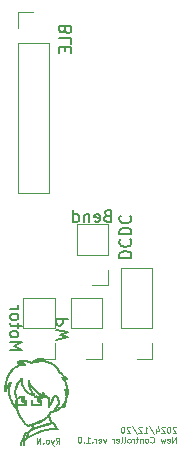
<source format=gbr>
%TF.GenerationSoftware,KiCad,Pcbnew,(5.1.12)-1*%
%TF.CreationDate,2024-12-20T23:38:59+09:00*%
%TF.ProjectId,Cuicuit,43756963-7569-4742-9e6b-696361645f70,rev?*%
%TF.SameCoordinates,Original*%
%TF.FileFunction,Legend,Bot*%
%TF.FilePolarity,Positive*%
%FSLAX46Y46*%
G04 Gerber Fmt 4.6, Leading zero omitted, Abs format (unit mm)*
G04 Created by KiCad (PCBNEW (5.1.12)-1) date 2024-12-20 23:38:59*
%MOMM*%
%LPD*%
G01*
G04 APERTURE LIST*
%ADD10C,0.100000*%
%ADD11C,0.010000*%
%ADD12C,0.120000*%
%ADD13C,0.150000*%
%ADD14C,1.600000*%
%ADD15O,1.600000X1.600000*%
%ADD16C,1.500000*%
%ADD17R,1.500000X1.500000*%
%ADD18R,1.600000X1.600000*%
%ADD19R,1.700000X1.700000*%
%ADD20O,1.700000X1.700000*%
%ADD21C,3.200000*%
G04 APERTURE END LIST*
D10*
X136182857Y-149406190D02*
X136349523Y-149168095D01*
X136468571Y-149406190D02*
X136468571Y-148906190D01*
X136278095Y-148906190D01*
X136230476Y-148930000D01*
X136206666Y-148953809D01*
X136182857Y-149001428D01*
X136182857Y-149072857D01*
X136206666Y-149120476D01*
X136230476Y-149144285D01*
X136278095Y-149168095D01*
X136468571Y-149168095D01*
X136016190Y-149072857D02*
X135897142Y-149406190D01*
X135778095Y-149072857D02*
X135897142Y-149406190D01*
X135944761Y-149525238D01*
X135968571Y-149549047D01*
X136016190Y-149572857D01*
X135516190Y-149406190D02*
X135563809Y-149382380D01*
X135587619Y-149358571D01*
X135611428Y-149310952D01*
X135611428Y-149168095D01*
X135587619Y-149120476D01*
X135563809Y-149096666D01*
X135516190Y-149072857D01*
X135444761Y-149072857D01*
X135397142Y-149096666D01*
X135373333Y-149120476D01*
X135349523Y-149168095D01*
X135349523Y-149310952D01*
X135373333Y-149358571D01*
X135397142Y-149382380D01*
X135444761Y-149406190D01*
X135516190Y-149406190D01*
X135135238Y-149358571D02*
X135111428Y-149382380D01*
X135135238Y-149406190D01*
X135159047Y-149382380D01*
X135135238Y-149358571D01*
X135135238Y-149406190D01*
X134897142Y-149406190D02*
X134897142Y-148906190D01*
X134611428Y-149406190D01*
X134611428Y-148906190D01*
X146379761Y-148028809D02*
X146355952Y-148005000D01*
X146308333Y-147981190D01*
X146189285Y-147981190D01*
X146141666Y-148005000D01*
X146117857Y-148028809D01*
X146094047Y-148076428D01*
X146094047Y-148124047D01*
X146117857Y-148195476D01*
X146403571Y-148481190D01*
X146094047Y-148481190D01*
X145784523Y-147981190D02*
X145736904Y-147981190D01*
X145689285Y-148005000D01*
X145665476Y-148028809D01*
X145641666Y-148076428D01*
X145617857Y-148171666D01*
X145617857Y-148290714D01*
X145641666Y-148385952D01*
X145665476Y-148433571D01*
X145689285Y-148457380D01*
X145736904Y-148481190D01*
X145784523Y-148481190D01*
X145832142Y-148457380D01*
X145855952Y-148433571D01*
X145879761Y-148385952D01*
X145903571Y-148290714D01*
X145903571Y-148171666D01*
X145879761Y-148076428D01*
X145855952Y-148028809D01*
X145832142Y-148005000D01*
X145784523Y-147981190D01*
X145427380Y-148028809D02*
X145403571Y-148005000D01*
X145355952Y-147981190D01*
X145236904Y-147981190D01*
X145189285Y-148005000D01*
X145165476Y-148028809D01*
X145141666Y-148076428D01*
X145141666Y-148124047D01*
X145165476Y-148195476D01*
X145451190Y-148481190D01*
X145141666Y-148481190D01*
X144713095Y-148147857D02*
X144713095Y-148481190D01*
X144832142Y-147957380D02*
X144951190Y-148314523D01*
X144641666Y-148314523D01*
X144094047Y-147957380D02*
X144522619Y-148600238D01*
X143665476Y-148481190D02*
X143951190Y-148481190D01*
X143808333Y-148481190D02*
X143808333Y-147981190D01*
X143855952Y-148052619D01*
X143903571Y-148100238D01*
X143951190Y-148124047D01*
X143475000Y-148028809D02*
X143451190Y-148005000D01*
X143403571Y-147981190D01*
X143284523Y-147981190D01*
X143236904Y-148005000D01*
X143213095Y-148028809D01*
X143189285Y-148076428D01*
X143189285Y-148124047D01*
X143213095Y-148195476D01*
X143498809Y-148481190D01*
X143189285Y-148481190D01*
X142617857Y-147957380D02*
X143046428Y-148600238D01*
X142475000Y-148028809D02*
X142451190Y-148005000D01*
X142403571Y-147981190D01*
X142284523Y-147981190D01*
X142236904Y-148005000D01*
X142213095Y-148028809D01*
X142189285Y-148076428D01*
X142189285Y-148124047D01*
X142213095Y-148195476D01*
X142498809Y-148481190D01*
X142189285Y-148481190D01*
X141879761Y-147981190D02*
X141832142Y-147981190D01*
X141784523Y-148005000D01*
X141760714Y-148028809D01*
X141736904Y-148076428D01*
X141713095Y-148171666D01*
X141713095Y-148290714D01*
X141736904Y-148385952D01*
X141760714Y-148433571D01*
X141784523Y-148457380D01*
X141832142Y-148481190D01*
X141879761Y-148481190D01*
X141927380Y-148457380D01*
X141951190Y-148433571D01*
X141975000Y-148385952D01*
X141998809Y-148290714D01*
X141998809Y-148171666D01*
X141975000Y-148076428D01*
X141951190Y-148028809D01*
X141927380Y-148005000D01*
X141879761Y-147981190D01*
X146355952Y-149331190D02*
X146355952Y-148831190D01*
X146070238Y-149331190D01*
X146070238Y-148831190D01*
X145641666Y-149307380D02*
X145689285Y-149331190D01*
X145784523Y-149331190D01*
X145832142Y-149307380D01*
X145855952Y-149259761D01*
X145855952Y-149069285D01*
X145832142Y-149021666D01*
X145784523Y-148997857D01*
X145689285Y-148997857D01*
X145641666Y-149021666D01*
X145617857Y-149069285D01*
X145617857Y-149116904D01*
X145855952Y-149164523D01*
X145451190Y-148997857D02*
X145355952Y-149331190D01*
X145260714Y-149093095D01*
X145165476Y-149331190D01*
X145070238Y-148997857D01*
X144213095Y-149283571D02*
X144236904Y-149307380D01*
X144308333Y-149331190D01*
X144355952Y-149331190D01*
X144427380Y-149307380D01*
X144475000Y-149259761D01*
X144498809Y-149212142D01*
X144522619Y-149116904D01*
X144522619Y-149045476D01*
X144498809Y-148950238D01*
X144475000Y-148902619D01*
X144427380Y-148855000D01*
X144355952Y-148831190D01*
X144308333Y-148831190D01*
X144236904Y-148855000D01*
X144213095Y-148878809D01*
X143927380Y-149331190D02*
X143975000Y-149307380D01*
X143998809Y-149283571D01*
X144022619Y-149235952D01*
X144022619Y-149093095D01*
X143998809Y-149045476D01*
X143975000Y-149021666D01*
X143927380Y-148997857D01*
X143855952Y-148997857D01*
X143808333Y-149021666D01*
X143784523Y-149045476D01*
X143760714Y-149093095D01*
X143760714Y-149235952D01*
X143784523Y-149283571D01*
X143808333Y-149307380D01*
X143855952Y-149331190D01*
X143927380Y-149331190D01*
X143546428Y-148997857D02*
X143546428Y-149331190D01*
X143546428Y-149045476D02*
X143522619Y-149021666D01*
X143475000Y-148997857D01*
X143403571Y-148997857D01*
X143355952Y-149021666D01*
X143332142Y-149069285D01*
X143332142Y-149331190D01*
X143165476Y-148997857D02*
X142975000Y-148997857D01*
X143094047Y-148831190D02*
X143094047Y-149259761D01*
X143070238Y-149307380D01*
X143022619Y-149331190D01*
X142975000Y-149331190D01*
X142808333Y-149331190D02*
X142808333Y-148997857D01*
X142808333Y-149093095D02*
X142784523Y-149045476D01*
X142760714Y-149021666D01*
X142713095Y-148997857D01*
X142665476Y-148997857D01*
X142427380Y-149331190D02*
X142475000Y-149307380D01*
X142498809Y-149283571D01*
X142522619Y-149235952D01*
X142522619Y-149093095D01*
X142498809Y-149045476D01*
X142475000Y-149021666D01*
X142427380Y-148997857D01*
X142355952Y-148997857D01*
X142308333Y-149021666D01*
X142284523Y-149045476D01*
X142260714Y-149093095D01*
X142260714Y-149235952D01*
X142284523Y-149283571D01*
X142308333Y-149307380D01*
X142355952Y-149331190D01*
X142427380Y-149331190D01*
X141975000Y-149331190D02*
X142022619Y-149307380D01*
X142046428Y-149259761D01*
X142046428Y-148831190D01*
X141713095Y-149331190D02*
X141760714Y-149307380D01*
X141784523Y-149259761D01*
X141784523Y-148831190D01*
X141332142Y-149307380D02*
X141379761Y-149331190D01*
X141475000Y-149331190D01*
X141522619Y-149307380D01*
X141546428Y-149259761D01*
X141546428Y-149069285D01*
X141522619Y-149021666D01*
X141475000Y-148997857D01*
X141379761Y-148997857D01*
X141332142Y-149021666D01*
X141308333Y-149069285D01*
X141308333Y-149116904D01*
X141546428Y-149164523D01*
X141094047Y-149331190D02*
X141094047Y-148997857D01*
X141094047Y-149093095D02*
X141070238Y-149045476D01*
X141046428Y-149021666D01*
X140998809Y-148997857D01*
X140951190Y-148997857D01*
X140451190Y-148997857D02*
X140332142Y-149331190D01*
X140213095Y-148997857D01*
X139832142Y-149307380D02*
X139879761Y-149331190D01*
X139975000Y-149331190D01*
X140022619Y-149307380D01*
X140046428Y-149259761D01*
X140046428Y-149069285D01*
X140022619Y-149021666D01*
X139975000Y-148997857D01*
X139879761Y-148997857D01*
X139832142Y-149021666D01*
X139808333Y-149069285D01*
X139808333Y-149116904D01*
X140046428Y-149164523D01*
X139594047Y-149331190D02*
X139594047Y-148997857D01*
X139594047Y-149093095D02*
X139570238Y-149045476D01*
X139546428Y-149021666D01*
X139498809Y-148997857D01*
X139451190Y-148997857D01*
X139284523Y-149283571D02*
X139260714Y-149307380D01*
X139284523Y-149331190D01*
X139308333Y-149307380D01*
X139284523Y-149283571D01*
X139284523Y-149331190D01*
X138784523Y-149331190D02*
X139070238Y-149331190D01*
X138927380Y-149331190D02*
X138927380Y-148831190D01*
X138975000Y-148902619D01*
X139022619Y-148950238D01*
X139070238Y-148974047D01*
X138570238Y-149283571D02*
X138546428Y-149307380D01*
X138570238Y-149331190D01*
X138594047Y-149307380D01*
X138570238Y-149283571D01*
X138570238Y-149331190D01*
X138236904Y-148831190D02*
X138189285Y-148831190D01*
X138141666Y-148855000D01*
X138117857Y-148878809D01*
X138094047Y-148926428D01*
X138070238Y-149021666D01*
X138070238Y-149140714D01*
X138094047Y-149235952D01*
X138117857Y-149283571D01*
X138141666Y-149307380D01*
X138189285Y-149331190D01*
X138236904Y-149331190D01*
X138284523Y-149307380D01*
X138308333Y-149283571D01*
X138332142Y-149235952D01*
X138355952Y-149140714D01*
X138355952Y-149021666D01*
X138332142Y-148926428D01*
X138308333Y-148878809D01*
X138284523Y-148855000D01*
X138236904Y-148831190D01*
D11*
%TO.C,G\u002A\u002A\u002A*%
G36*
X134804305Y-142154351D02*
G01*
X134676100Y-142175925D01*
X134551418Y-142210292D01*
X134432594Y-142256580D01*
X134321961Y-142313921D01*
X134221852Y-142381444D01*
X134157724Y-142435761D01*
X134102451Y-142487466D01*
X134037661Y-142454918D01*
X133945537Y-142415301D01*
X133839073Y-142381914D01*
X133744133Y-142359731D01*
X133688853Y-142351208D01*
X133620927Y-142345079D01*
X133544477Y-142341374D01*
X133463624Y-142340123D01*
X133382489Y-142341359D01*
X133305196Y-142345113D01*
X133235864Y-142351415D01*
X133204658Y-142355658D01*
X133114504Y-142372167D01*
X133037524Y-142391408D01*
X132974388Y-142413080D01*
X132925766Y-142436879D01*
X132892327Y-142462506D01*
X132874740Y-142489657D01*
X132872066Y-142505548D01*
X132874853Y-142524246D01*
X132884895Y-142537155D01*
X132904715Y-142545436D01*
X132936835Y-142550249D01*
X132973874Y-142552414D01*
X133071917Y-142561289D01*
X133177770Y-142580318D01*
X133269999Y-142603788D01*
X133312473Y-142616944D01*
X133339673Y-142627387D01*
X133351260Y-142634914D01*
X133346894Y-142639323D01*
X133331260Y-142640467D01*
X133311370Y-142642071D01*
X133280081Y-142646377D01*
X133242568Y-142652626D01*
X133221284Y-142656592D01*
X133082870Y-142692002D01*
X132947476Y-142743825D01*
X132815526Y-142811741D01*
X132687444Y-142895430D01*
X132563656Y-142994571D01*
X132444585Y-143108844D01*
X132330656Y-143237930D01*
X132222294Y-143381507D01*
X132182157Y-143440567D01*
X132144443Y-143498752D01*
X132114446Y-143547954D01*
X132089718Y-143592730D01*
X132067811Y-143637640D01*
X132046278Y-143687245D01*
X132035441Y-143713849D01*
X132014190Y-143771362D01*
X131991284Y-143841269D01*
X131967631Y-143920069D01*
X131944141Y-144004263D01*
X131921720Y-144090350D01*
X131901278Y-144174831D01*
X131883723Y-144254205D01*
X131869963Y-144324973D01*
X131860908Y-144383634D01*
X131860315Y-144388537D01*
X131856453Y-144418920D01*
X131852677Y-144444524D01*
X131850538Y-144456270D01*
X131848652Y-144473182D01*
X131847024Y-144503935D01*
X131845681Y-144545442D01*
X131844654Y-144594614D01*
X131843972Y-144648360D01*
X131843665Y-144703591D01*
X131843760Y-144757219D01*
X131844289Y-144806155D01*
X131845280Y-144847308D01*
X131846569Y-144874804D01*
X131849401Y-144912456D01*
X131852657Y-144937137D01*
X131857500Y-144952791D01*
X131865091Y-144963364D01*
X131875116Y-144971707D01*
X131891528Y-144982862D01*
X131902628Y-144983972D01*
X131916619Y-144975193D01*
X131920084Y-144972570D01*
X131935162Y-144955067D01*
X131950627Y-144924415D01*
X131967039Y-144879901D01*
X131992996Y-144810506D01*
X132026628Y-144733821D01*
X132065023Y-144655773D01*
X132105270Y-144582287D01*
X132143479Y-144520742D01*
X132164799Y-144489813D01*
X132182672Y-144465341D01*
X132195078Y-144450001D01*
X132199871Y-144446183D01*
X132200202Y-144455630D01*
X132197943Y-144477776D01*
X132193544Y-144508662D01*
X132190842Y-144525213D01*
X132179992Y-144595831D01*
X132172112Y-144664049D01*
X132166867Y-144734529D01*
X132163922Y-144811932D01*
X132162944Y-144900917D01*
X132162944Y-144913767D01*
X132165836Y-145050255D01*
X132174697Y-145174357D01*
X132190260Y-145289795D01*
X132213261Y-145400287D01*
X132244434Y-145509553D01*
X132284513Y-145621314D01*
X132319292Y-145705400D01*
X132374481Y-145825047D01*
X132435478Y-145943623D01*
X132500766Y-146058743D01*
X132568828Y-146168027D01*
X132638149Y-146269089D01*
X132707211Y-146359547D01*
X132774497Y-146437017D01*
X132804195Y-146467401D01*
X132860376Y-146522434D01*
X132879825Y-146611334D01*
X132896629Y-146682720D01*
X132914959Y-146748385D01*
X132935932Y-146810688D01*
X132960668Y-146871989D01*
X132990285Y-146934647D01*
X133025903Y-147001021D01*
X133068641Y-147073471D01*
X133119616Y-147154356D01*
X133179949Y-147246035D01*
X133182979Y-147250567D01*
X133255011Y-147357284D01*
X133319430Y-147450486D01*
X133377169Y-147531279D01*
X133429162Y-147600767D01*
X133476344Y-147660054D01*
X133519647Y-147710243D01*
X133560005Y-147752440D01*
X133598352Y-147787748D01*
X133635622Y-147817272D01*
X133672748Y-147842116D01*
X133693333Y-147854123D01*
X133745536Y-147879264D01*
X133795424Y-147894144D01*
X133846674Y-147898942D01*
X133902962Y-147893840D01*
X133967967Y-147879019D01*
X134001003Y-147869239D01*
X134039398Y-147857462D01*
X134072080Y-147847829D01*
X134095559Y-147841341D01*
X134106302Y-147839001D01*
X134116490Y-147846705D01*
X134127412Y-147867106D01*
X134137435Y-147896131D01*
X134144922Y-147929710D01*
X134146212Y-147938387D01*
X134147747Y-147979888D01*
X134143581Y-148028163D01*
X134134783Y-148076074D01*
X134122419Y-148116485D01*
X134118148Y-148126131D01*
X134105641Y-148144385D01*
X134084842Y-148162466D01*
X134052584Y-148182924D01*
X134036233Y-148192087D01*
X133983858Y-148221210D01*
X133943917Y-148245154D01*
X133913748Y-148266409D01*
X133890687Y-148287466D01*
X133872073Y-148310814D01*
X133855243Y-148338946D01*
X133837534Y-148374351D01*
X133834458Y-148380821D01*
X133817827Y-148415883D01*
X133804087Y-148444745D01*
X133794711Y-148464321D01*
X133791186Y-148471509D01*
X133783316Y-148470037D01*
X133764608Y-148464333D01*
X133752269Y-148460179D01*
X133717492Y-148451674D01*
X133678388Y-148447461D01*
X133640925Y-148447696D01*
X133611068Y-148452538D01*
X133601797Y-148456212D01*
X133580311Y-148473397D01*
X133554409Y-148503066D01*
X133526338Y-148542141D01*
X133498352Y-148587542D01*
X133477672Y-148626074D01*
X133437260Y-148717869D01*
X133401318Y-148822221D01*
X133371525Y-148933878D01*
X133361330Y-148974553D01*
X133352276Y-149001728D01*
X133343032Y-149018655D01*
X133332947Y-149028151D01*
X133296493Y-149060512D01*
X133261457Y-149108135D01*
X133228633Y-149169362D01*
X133198816Y-149242533D01*
X133172800Y-149325990D01*
X133155153Y-149399537D01*
X133147048Y-149439169D01*
X133143426Y-149465114D01*
X133145354Y-149480272D01*
X133153897Y-149487541D01*
X133170121Y-149489821D01*
X133188408Y-149490000D01*
X133233816Y-149490000D01*
X133247961Y-149418773D01*
X133263569Y-149352005D01*
X133283139Y-149286700D01*
X133305158Y-149227112D01*
X133328117Y-149177492D01*
X133342202Y-149153537D01*
X133357881Y-149130500D01*
X133369563Y-149114409D01*
X133374411Y-149109000D01*
X133386683Y-149111811D01*
X133406715Y-149118716D01*
X133428765Y-149127428D01*
X133447089Y-149135658D01*
X133455942Y-149141118D01*
X133456098Y-149141546D01*
X133454888Y-149152205D01*
X133451887Y-149174634D01*
X133448010Y-149202134D01*
X133441672Y-149265110D01*
X133438476Y-149343615D01*
X133438467Y-149436533D01*
X133438476Y-149437084D01*
X133439333Y-149490000D01*
X133529261Y-149490000D01*
X133529665Y-149386284D01*
X133530812Y-149336367D01*
X133533590Y-149283461D01*
X133537544Y-149234885D01*
X133540870Y-149206642D01*
X133551671Y-149130717D01*
X133616152Y-149061886D01*
X133662718Y-149017232D01*
X133721827Y-148969471D01*
X133794113Y-148918187D01*
X133880211Y-148862965D01*
X133980754Y-148803388D01*
X134096378Y-148739041D01*
X134163233Y-148703261D01*
X134360471Y-148606024D01*
X134570500Y-148515735D01*
X134790263Y-148433373D01*
X135016704Y-148359918D01*
X135246767Y-148296349D01*
X135477395Y-148243644D01*
X135705532Y-148202784D01*
X135742266Y-148197314D01*
X135803279Y-148190310D01*
X135873346Y-148185276D01*
X135948845Y-148182210D01*
X136026156Y-148181111D01*
X136101658Y-148181978D01*
X136171730Y-148184810D01*
X136232752Y-148189605D01*
X136281102Y-148196362D01*
X136286868Y-148197509D01*
X136320348Y-148203954D01*
X136347121Y-148208074D01*
X136363216Y-148209305D01*
X136365965Y-148208724D01*
X136363563Y-148199822D01*
X136352593Y-148178847D01*
X136334236Y-148147575D01*
X136309670Y-148107780D01*
X136293489Y-148082331D01*
X136180941Y-148082331D01*
X136001820Y-148086943D01*
X135839287Y-148096451D01*
X135666131Y-148116586D01*
X135484497Y-148146855D01*
X135296535Y-148186766D01*
X135104391Y-148235825D01*
X134910212Y-148293541D01*
X134716145Y-148359421D01*
X134565400Y-148416488D01*
X134496623Y-148445050D01*
X134417233Y-148480194D01*
X134330711Y-148520212D01*
X134240539Y-148563396D01*
X134150197Y-148608036D01*
X134063169Y-148652424D01*
X133982934Y-148694851D01*
X133912974Y-148733609D01*
X133879620Y-148753051D01*
X133840616Y-148775795D01*
X133807015Y-148794368D01*
X133781315Y-148807472D01*
X133766013Y-148813808D01*
X133762850Y-148813785D01*
X133764668Y-148803276D01*
X133771506Y-148780524D01*
X133782231Y-148749064D01*
X133793423Y-148718473D01*
X133822237Y-148644196D01*
X133852742Y-148569577D01*
X133856641Y-148560503D01*
X133748791Y-148560503D01*
X133747488Y-148569524D01*
X133740889Y-148591092D01*
X133730044Y-148622058D01*
X133716006Y-148659272D01*
X133714762Y-148662461D01*
X133697640Y-148708630D01*
X133681131Y-148757294D01*
X133667375Y-148801924D01*
X133659980Y-148829541D01*
X133649881Y-148867408D01*
X133639074Y-148894856D01*
X133624419Y-148918223D01*
X133603948Y-148942546D01*
X133563415Y-148985924D01*
X133531189Y-149016588D01*
X133505615Y-149035517D01*
X133485041Y-149043693D01*
X133467814Y-149042095D01*
X133452797Y-149032190D01*
X133451699Y-149021272D01*
X133455015Y-148996565D01*
X133462322Y-148960505D01*
X133472888Y-148916725D01*
X133502452Y-148813057D01*
X133534010Y-148725175D01*
X133568034Y-148652001D01*
X133604997Y-148592456D01*
X133627167Y-148564651D01*
X133655233Y-148532676D01*
X133699914Y-148544491D01*
X133725447Y-148551767D01*
X133743501Y-148557888D01*
X133748791Y-148560503D01*
X133856641Y-148560503D01*
X133883012Y-148499142D01*
X133911121Y-148437413D01*
X133926866Y-148405006D01*
X133940984Y-148379626D01*
X133957023Y-148357729D01*
X133977228Y-148337652D01*
X134003842Y-148317736D01*
X134039109Y-148296320D01*
X134085272Y-148271743D01*
X134144574Y-148242345D01*
X134150533Y-148239455D01*
X134443539Y-148106813D01*
X134745453Y-147988469D01*
X135055930Y-147884537D01*
X135374628Y-147795132D01*
X135701204Y-147720368D01*
X135721099Y-147716339D01*
X135770548Y-147706330D01*
X135814862Y-147697233D01*
X135851122Y-147689659D01*
X135876404Y-147684217D01*
X135887487Y-147681609D01*
X135898118Y-147686719D01*
X135916607Y-147704835D01*
X135941896Y-147734568D01*
X135972927Y-147774529D01*
X136008641Y-147823329D01*
X136047979Y-147879579D01*
X136089884Y-147941889D01*
X136114598Y-147979716D01*
X136180941Y-148082331D01*
X136293489Y-148082331D01*
X136280075Y-148061236D01*
X136246630Y-148009720D01*
X136210513Y-147955005D01*
X136172905Y-147898866D01*
X136134985Y-147843079D01*
X136097931Y-147789417D01*
X136062924Y-147739657D01*
X136031141Y-147695571D01*
X136003764Y-147658937D01*
X135984405Y-147634457D01*
X135966041Y-147612193D01*
X135750733Y-147612193D01*
X135750733Y-147612206D01*
X135743241Y-147616118D01*
X135724385Y-147620665D01*
X135714749Y-147622339D01*
X135679853Y-147628712D01*
X135631586Y-147638825D01*
X135572915Y-147651962D01*
X135506807Y-147667406D01*
X135436228Y-147684441D01*
X135364144Y-147702351D01*
X135293521Y-147720419D01*
X135227326Y-147737929D01*
X135168525Y-147754164D01*
X135166533Y-147754731D01*
X135036311Y-147793324D01*
X134903296Y-147835645D01*
X134770689Y-147880540D01*
X134641694Y-147926859D01*
X134519514Y-147973448D01*
X134407352Y-148019156D01*
X134308411Y-148062831D01*
X134302933Y-148065377D01*
X134271615Y-148079786D01*
X134246804Y-148090841D01*
X134231949Y-148097023D01*
X134229271Y-148097795D01*
X134229597Y-148089541D01*
X134232018Y-148068776D01*
X134236032Y-148039723D01*
X134236747Y-148034871D01*
X134240629Y-147982199D01*
X134237996Y-147927322D01*
X134229519Y-147876105D01*
X134215869Y-147834414D01*
X134213189Y-147828901D01*
X134205092Y-147811341D01*
X134202618Y-147801903D01*
X134202825Y-147801583D01*
X134211400Y-147798244D01*
X134232940Y-147790497D01*
X134264395Y-147779424D01*
X134302710Y-147766107D01*
X134311400Y-147763107D01*
X134497263Y-147695708D01*
X134672305Y-147625546D01*
X134835729Y-147553054D01*
X134986736Y-147478661D01*
X135124528Y-147402799D01*
X135248307Y-147325897D01*
X135357274Y-147248387D01*
X135450632Y-147170699D01*
X135502413Y-147120468D01*
X135546194Y-147074988D01*
X135551537Y-147116211D01*
X135563512Y-147175988D01*
X135585016Y-147246849D01*
X135615208Y-147326490D01*
X135653245Y-147412609D01*
X135679498Y-147466461D01*
X135701916Y-147511143D01*
X135721440Y-147550494D01*
X135736878Y-147582077D01*
X135747039Y-147603456D01*
X135750733Y-147612193D01*
X135966041Y-147612193D01*
X135938407Y-147578692D01*
X135895129Y-147587249D01*
X135870199Y-147591496D01*
X135853122Y-147593124D01*
X135848774Y-147592520D01*
X135844218Y-147584287D01*
X135833296Y-147563227D01*
X135817193Y-147531666D01*
X135797096Y-147491933D01*
X135774192Y-147446356D01*
X135769423Y-147436834D01*
X135732061Y-147360511D01*
X135702649Y-147296172D01*
X135680360Y-147241321D01*
X135664365Y-147193461D01*
X135653837Y-147150095D01*
X135647948Y-147108729D01*
X135645868Y-147066865D01*
X135645847Y-147064301D01*
X135646627Y-147019129D01*
X135650544Y-146981821D01*
X135658998Y-146947608D01*
X135673388Y-146911721D01*
X135695112Y-146869390D01*
X135711666Y-146839934D01*
X135757699Y-146759501D01*
X135819833Y-146754598D01*
X135871110Y-146747914D01*
X135912856Y-146735293D01*
X135952157Y-146714053D01*
X135980430Y-146693834D01*
X136022398Y-146668704D01*
X136060863Y-146658252D01*
X136143931Y-146643025D01*
X136216712Y-146620219D01*
X136284933Y-146587757D01*
X136328221Y-146561367D01*
X136372303Y-146528864D01*
X136417025Y-146489817D01*
X136457209Y-146449091D01*
X136487677Y-146411553D01*
X136487681Y-146411548D01*
X136503579Y-146397606D01*
X136527541Y-146385260D01*
X136533900Y-146383003D01*
X136592404Y-146359123D01*
X136653131Y-146325377D01*
X136708952Y-146286013D01*
X136735979Y-146262560D01*
X136759643Y-146240214D01*
X136778025Y-146223179D01*
X136788192Y-146214162D01*
X136789280Y-146213401D01*
X136791836Y-146220912D01*
X136796789Y-146240388D01*
X136801728Y-146261703D01*
X136815199Y-146303682D01*
X136833095Y-146329766D01*
X136855111Y-146339757D01*
X136880944Y-146333453D01*
X136895842Y-146323626D01*
X136918394Y-146296227D01*
X136934858Y-146256358D01*
X136944656Y-146207559D01*
X136947208Y-146153370D01*
X136941938Y-146097332D01*
X136936866Y-146072480D01*
X136931448Y-146047679D01*
X136931156Y-146030679D01*
X136937495Y-146014729D01*
X136951967Y-145993077D01*
X136955724Y-145987813D01*
X136992150Y-145926485D01*
X137024659Y-145851329D01*
X137052805Y-145765093D01*
X137076141Y-145670522D01*
X137094221Y-145570364D01*
X137106599Y-145467364D01*
X137112829Y-145364269D01*
X137112464Y-145263826D01*
X137105058Y-145168781D01*
X137097262Y-145116661D01*
X137090907Y-145079288D01*
X137086393Y-145048482D01*
X137084191Y-145027776D01*
X137084486Y-145020759D01*
X137089411Y-145026235D01*
X137099606Y-145044065D01*
X137113389Y-145071161D01*
X137123507Y-145092349D01*
X137139477Y-145125238D01*
X137153753Y-145152240D01*
X137164323Y-145169670D01*
X137168033Y-145173988D01*
X137191005Y-145180205D01*
X137215519Y-145173592D01*
X137227837Y-145163897D01*
X137234956Y-145154695D01*
X137238344Y-145144243D01*
X137238074Y-145128406D01*
X137234217Y-145103052D01*
X137229364Y-145077114D01*
X137223417Y-145043155D01*
X137216218Y-144997497D01*
X137208536Y-144945255D01*
X137201136Y-144891543D01*
X137200362Y-144885613D01*
X137102962Y-144885613D01*
X137102167Y-144890188D01*
X137094489Y-144886830D01*
X137077924Y-144874030D01*
X137055605Y-144854277D01*
X137047899Y-144847030D01*
X137018463Y-144820750D01*
X136996288Y-144805684D01*
X136978123Y-144799767D01*
X136972977Y-144799467D01*
X136949851Y-144801990D01*
X136935406Y-144810819D01*
X136929357Y-144827847D01*
X136931424Y-144854967D01*
X136941324Y-144894073D01*
X136953319Y-144931229D01*
X136992305Y-145071182D01*
X137014767Y-145213264D01*
X137020715Y-145357898D01*
X137010162Y-145505503D01*
X136983120Y-145656502D01*
X136974515Y-145691968D01*
X136951254Y-145774477D01*
X136927162Y-145841580D01*
X136901560Y-145894799D01*
X136873768Y-145935661D01*
X136858541Y-145952225D01*
X136833419Y-145979126D01*
X136820873Y-146000769D01*
X136819609Y-146021610D01*
X136828333Y-146046104D01*
X136830171Y-146049866D01*
X136841269Y-146077448D01*
X136848270Y-146102503D01*
X136853730Y-146129805D01*
X136821750Y-146108103D01*
X136798978Y-146094827D01*
X136779606Y-146087155D01*
X136774513Y-146086401D01*
X136761850Y-146092884D01*
X136743110Y-146110215D01*
X136721701Y-146135214D01*
X136720502Y-146136764D01*
X136661659Y-146201017D01*
X136595178Y-146251381D01*
X136522578Y-146286815D01*
X136484225Y-146298667D01*
X136458364Y-146307578D01*
X136438431Y-146321860D01*
X136418109Y-146346203D01*
X136415676Y-146349561D01*
X136357350Y-146416990D01*
X136287216Y-146474969D01*
X136208992Y-146520760D01*
X136151484Y-146544071D01*
X136123720Y-146552779D01*
X136103086Y-146558248D01*
X136093963Y-146559321D01*
X136093926Y-146559287D01*
X136096621Y-146550747D01*
X136107518Y-146530691D01*
X136125084Y-146501458D01*
X136147782Y-146465385D01*
X136174078Y-146424812D01*
X136202438Y-146382075D01*
X136231327Y-146339515D01*
X136259210Y-146299469D01*
X136284552Y-146264274D01*
X136305820Y-146236270D01*
X136306448Y-146235479D01*
X136356934Y-146170154D01*
X136396486Y-146114316D01*
X136426251Y-146065586D01*
X136447378Y-146021586D01*
X136461013Y-145979937D01*
X136468304Y-145938260D01*
X136470399Y-145895562D01*
X136465999Y-145833710D01*
X136453646Y-145764114D01*
X136434610Y-145690262D01*
X136410163Y-145615645D01*
X136381575Y-145543752D01*
X136350118Y-145478073D01*
X136317062Y-145422096D01*
X136283677Y-145379312D01*
X136281585Y-145377130D01*
X136233218Y-145337751D01*
X136180430Y-145313284D01*
X136125359Y-145304187D01*
X136070142Y-145310921D01*
X136034929Y-145324128D01*
X135987861Y-145355297D01*
X135943564Y-145400667D01*
X135903827Y-145457534D01*
X135870440Y-145523193D01*
X135845191Y-145594942D01*
X135838667Y-145620734D01*
X135826438Y-145668080D01*
X135810588Y-145720766D01*
X135794151Y-145768835D01*
X135790926Y-145777367D01*
X135775521Y-145814885D01*
X135756151Y-145858588D01*
X135734480Y-145905079D01*
X135712173Y-145950964D01*
X135690893Y-145992848D01*
X135672305Y-146027337D01*
X135658074Y-146051034D01*
X135653946Y-146056767D01*
X135644878Y-146067267D01*
X135642970Y-146064734D01*
X135646513Y-146048300D01*
X135648673Y-146030780D01*
X135650395Y-146000184D01*
X135651539Y-145960366D01*
X135651963Y-145915181D01*
X135651924Y-145900134D01*
X135648243Y-145799916D01*
X135637830Y-145709624D01*
X135619810Y-145623295D01*
X135602360Y-145562534D01*
X135581927Y-145497967D01*
X135516047Y-145454082D01*
X135481838Y-145429063D01*
X135439853Y-145394847D01*
X135392354Y-145353612D01*
X135341606Y-145307534D01*
X135289871Y-145258790D01*
X135239412Y-145209558D01*
X135192491Y-145162014D01*
X135151373Y-145118335D01*
X135118320Y-145080699D01*
X135095595Y-145051281D01*
X135092585Y-145046728D01*
X135076392Y-145024635D01*
X135060998Y-145014132D01*
X135040457Y-145011277D01*
X135039109Y-145011263D01*
X135016862Y-145015318D01*
X135003645Y-145029444D01*
X134997835Y-145056095D01*
X134997200Y-145074548D01*
X135002192Y-145128132D01*
X135017373Y-145192103D01*
X135043043Y-145267694D01*
X135047166Y-145278438D01*
X135071722Y-145341678D01*
X135040811Y-145323186D01*
X134911962Y-145240662D01*
X134784179Y-145148356D01*
X134658965Y-145047856D01*
X134537825Y-144940755D01*
X134422263Y-144828641D01*
X134313783Y-144713107D01*
X134213890Y-144595743D01*
X134124089Y-144478139D01*
X134045882Y-144361885D01*
X133980776Y-144248574D01*
X133936960Y-144156001D01*
X133922540Y-144120153D01*
X133910288Y-144086614D01*
X133902184Y-144060921D01*
X133900611Y-144054401D01*
X133888841Y-144022345D01*
X133870441Y-144001915D01*
X133848210Y-143994590D01*
X133824948Y-144001847D01*
X133815614Y-144009529D01*
X133809195Y-144018120D01*
X133805480Y-144030473D01*
X133804174Y-144050064D01*
X133804983Y-144080368D01*
X133806856Y-144113086D01*
X133822997Y-144283972D01*
X133849305Y-144442387D01*
X133886294Y-144589773D01*
X133934476Y-144727572D01*
X133994364Y-144857224D01*
X134066471Y-144980171D01*
X134151310Y-145097853D01*
X134162213Y-145111495D01*
X134185082Y-145140608D01*
X134202798Y-145164701D01*
X134213339Y-145180920D01*
X134215238Y-145186318D01*
X134205420Y-145186938D01*
X134184123Y-145184374D01*
X134161788Y-145180324D01*
X134086595Y-145159180D01*
X134005646Y-145126327D01*
X133922715Y-145084056D01*
X133841573Y-145034658D01*
X133765992Y-144980421D01*
X133699746Y-144923637D01*
X133648112Y-144868460D01*
X133591434Y-144793861D01*
X133534193Y-144709696D01*
X133479252Y-144620711D01*
X133429476Y-144531650D01*
X133387727Y-144447261D01*
X133371460Y-144410001D01*
X133340532Y-144322057D01*
X133318675Y-144231160D01*
X133306338Y-144140999D01*
X133303970Y-144055261D01*
X133312018Y-143977635D01*
X133316397Y-143957034D01*
X133325532Y-143913809D01*
X133328407Y-143883752D01*
X133324936Y-143864266D01*
X133315032Y-143852751D01*
X133312889Y-143851498D01*
X133292938Y-143844208D01*
X133282340Y-143842734D01*
X133266067Y-143848760D01*
X133240338Y-143865787D01*
X133207033Y-143892237D01*
X133168034Y-143926532D01*
X133125220Y-143967096D01*
X133081961Y-144010799D01*
X132999278Y-144105806D01*
X132926722Y-144208512D01*
X132863415Y-144320622D01*
X132808479Y-144443842D01*
X132761036Y-144579876D01*
X132728302Y-144697426D01*
X132707230Y-144788244D01*
X132692759Y-144868853D01*
X132684240Y-144944345D01*
X132681024Y-145019815D01*
X132681346Y-145066167D01*
X132682788Y-145108709D01*
X132685446Y-145146860D01*
X132689930Y-145183508D01*
X132696855Y-145221544D01*
X132706831Y-145263856D01*
X132720472Y-145313334D01*
X132738390Y-145372868D01*
X132761196Y-145445346D01*
X132762688Y-145450029D01*
X132785052Y-145520407D01*
X132802768Y-145577437D01*
X132816369Y-145623892D01*
X132826384Y-145662544D01*
X132833344Y-145696169D01*
X132837779Y-145727540D01*
X132840220Y-145759429D01*
X132841197Y-145794611D01*
X132841241Y-145835860D01*
X132841076Y-145859917D01*
X132839993Y-146001734D01*
X132929628Y-146001734D01*
X132935611Y-145897998D01*
X132937828Y-145846720D01*
X132937878Y-145799989D01*
X132935283Y-145755132D01*
X132929564Y-145709476D01*
X132920243Y-145660345D01*
X132906841Y-145605068D01*
X132888880Y-145540969D01*
X132865880Y-145465374D01*
X132848084Y-145409067D01*
X132821655Y-145323263D01*
X132801428Y-145250066D01*
X132786876Y-145186550D01*
X132777468Y-145129783D01*
X132772677Y-145076838D01*
X132771972Y-145024785D01*
X132773194Y-144994435D01*
X132784140Y-144889593D01*
X132804681Y-144778459D01*
X132833621Y-144664576D01*
X132869767Y-144551488D01*
X132911923Y-144442737D01*
X132958897Y-144341867D01*
X133009493Y-144252422D01*
X133037244Y-144211034D01*
X133062435Y-144177221D01*
X133090719Y-144141438D01*
X133119916Y-144106189D01*
X133147844Y-144073982D01*
X133172322Y-144047323D01*
X133191169Y-144028718D01*
X133202203Y-144020675D01*
X133203027Y-144020534D01*
X133206440Y-144028365D01*
X133209078Y-144049325D01*
X133210552Y-144079613D01*
X133210733Y-144095799D01*
X133217670Y-144199858D01*
X133238697Y-144306765D01*
X133274137Y-144417487D01*
X133324313Y-144532997D01*
X133389546Y-144654264D01*
X133405271Y-144680689D01*
X133468050Y-144779973D01*
X133528153Y-144865071D01*
X133587455Y-144938111D01*
X133647830Y-145001216D01*
X133711155Y-145056514D01*
X133779303Y-145106129D01*
X133782303Y-145108123D01*
X133873415Y-145164618D01*
X133958872Y-145208924D01*
X134042816Y-145242663D01*
X134129387Y-145267459D01*
X134222726Y-145284933D01*
X134239433Y-145287274D01*
X134284292Y-145293183D01*
X134315461Y-145296733D01*
X134336026Y-145297886D01*
X134349071Y-145296605D01*
X134357681Y-145292849D01*
X134364939Y-145286581D01*
X134365828Y-145285696D01*
X134374926Y-145273930D01*
X134378345Y-145260648D01*
X134375174Y-145243969D01*
X134364503Y-145222012D01*
X134345422Y-145192897D01*
X134317020Y-145154741D01*
X134279205Y-145106687D01*
X134219210Y-145030308D01*
X134169284Y-144963649D01*
X134127884Y-144904106D01*
X134093469Y-144849073D01*
X134064497Y-144795944D01*
X134039426Y-144742113D01*
X134016716Y-144684975D01*
X133997883Y-144631161D01*
X133984810Y-144589821D01*
X133971345Y-144543605D01*
X133958411Y-144496122D01*
X133946933Y-144450983D01*
X133937834Y-144411799D01*
X133932039Y-144382181D01*
X133930399Y-144367429D01*
X133934794Y-144371012D01*
X133946944Y-144386612D01*
X133965303Y-144412098D01*
X133988321Y-144445339D01*
X134005692Y-144471056D01*
X134097994Y-144599588D01*
X134202022Y-144727679D01*
X134315631Y-144853379D01*
X134436682Y-144974738D01*
X134563033Y-145089804D01*
X134692541Y-145196628D01*
X134823065Y-145293260D01*
X134952463Y-145377749D01*
X135078593Y-145448144D01*
X135078702Y-145448199D01*
X135130426Y-145473483D01*
X135169876Y-145490307D01*
X135199178Y-145499118D01*
X135220460Y-145500362D01*
X135235850Y-145494485D01*
X135246486Y-145483383D01*
X135256236Y-145466667D01*
X135257800Y-145452051D01*
X135250019Y-145435195D01*
X135231737Y-145411757D01*
X135225434Y-145404411D01*
X135209140Y-145383000D01*
X135190120Y-145354179D01*
X135170689Y-145321989D01*
X135153162Y-145290470D01*
X135139854Y-145263661D01*
X135133079Y-145245601D01*
X135132666Y-145242512D01*
X135138347Y-145246041D01*
X135154069Y-145259682D01*
X135177856Y-145281623D01*
X135207731Y-145310050D01*
X135232149Y-145333759D01*
X135292658Y-145392030D01*
X135344353Y-145439604D01*
X135389585Y-145478518D01*
X135430705Y-145510805D01*
X135464276Y-145534623D01*
X135491478Y-145556270D01*
X135508320Y-145579718D01*
X135517230Y-145601786D01*
X135541396Y-145695529D01*
X135555713Y-145799243D01*
X135560067Y-145909040D01*
X135554341Y-146021033D01*
X135538418Y-146131334D01*
X135533722Y-146154134D01*
X135523019Y-146206172D01*
X135517212Y-146244065D01*
X135516705Y-146269995D01*
X135521907Y-146286146D01*
X135533223Y-146294699D01*
X135551061Y-146297838D01*
X135560537Y-146298067D01*
X135576335Y-146296211D01*
X135590960Y-146288860D01*
X135608068Y-146273339D01*
X135631314Y-146246971D01*
X135632845Y-146245151D01*
X135693016Y-146165800D01*
X135751155Y-146074602D01*
X135805238Y-145975696D01*
X135853242Y-145873218D01*
X135893144Y-145771307D01*
X135922919Y-145674103D01*
X135932674Y-145632031D01*
X135949714Y-145573135D01*
X135974892Y-145518393D01*
X136006183Y-145470650D01*
X136041564Y-145432754D01*
X136079008Y-145407553D01*
X136097110Y-145400804D01*
X136137562Y-145398034D01*
X136176469Y-145411956D01*
X136213866Y-145442610D01*
X136249792Y-145490033D01*
X136284284Y-145554263D01*
X136312753Y-145622774D01*
X136338329Y-145697273D01*
X136358095Y-145767768D01*
X136371256Y-145830920D01*
X136377013Y-145883390D01*
X136377207Y-145892719D01*
X136375062Y-145929855D01*
X136367712Y-145965432D01*
X136353925Y-146001900D01*
X136332470Y-146041710D01*
X136302115Y-146087313D01*
X136261631Y-146141157D01*
X136236462Y-146172860D01*
X136206438Y-146211940D01*
X136172075Y-146259429D01*
X136137709Y-146309198D01*
X136108949Y-146353101D01*
X136064714Y-146422804D01*
X136028203Y-146479598D01*
X135998252Y-146524987D01*
X135973697Y-146560473D01*
X135953374Y-146587562D01*
X135936121Y-146607756D01*
X135920772Y-146622561D01*
X135906165Y-146633479D01*
X135891135Y-146642015D01*
X135882039Y-146646344D01*
X135847612Y-146656756D01*
X135808135Y-146661067D01*
X135771519Y-146658778D01*
X135755101Y-146654383D01*
X135735465Y-146650341D01*
X135718222Y-146656403D01*
X135700836Y-146674450D01*
X135680770Y-146706363D01*
X135677765Y-146711751D01*
X135645224Y-146767434D01*
X135606366Y-146828809D01*
X135564351Y-146891241D01*
X135522340Y-146950097D01*
X135483496Y-147000743D01*
X135467229Y-147020394D01*
X135417917Y-147072955D01*
X135358820Y-147126348D01*
X135288070Y-147182116D01*
X135203796Y-147241805D01*
X135179233Y-147258294D01*
X135078640Y-147321170D01*
X134966508Y-147383625D01*
X134842051Y-147446004D01*
X134704484Y-147508655D01*
X134553023Y-147571922D01*
X134386882Y-147636153D01*
X134205276Y-147701693D01*
X134061877Y-147750766D01*
X133994873Y-147772702D01*
X133941021Y-147788765D01*
X133897688Y-147799212D01*
X133862241Y-147804300D01*
X133832046Y-147804285D01*
X133804470Y-147799423D01*
X133776880Y-147789973D01*
X133755799Y-147780599D01*
X133708622Y-147752229D01*
X133655607Y-147709301D01*
X133597755Y-147652746D01*
X133536066Y-147583498D01*
X133509479Y-147551134D01*
X133479061Y-147511781D01*
X133442713Y-147462303D01*
X133401889Y-147404891D01*
X133358045Y-147341740D01*
X133312637Y-147275041D01*
X133267120Y-147206988D01*
X133222949Y-147139773D01*
X133181580Y-147075590D01*
X133144470Y-147016631D01*
X133113072Y-146965090D01*
X133088843Y-146923158D01*
X133074602Y-146895939D01*
X133016421Y-146754502D01*
X132972900Y-146604741D01*
X132944021Y-146446580D01*
X132929767Y-146279942D01*
X132928567Y-146240924D01*
X132927419Y-146208764D01*
X132925644Y-146184149D01*
X132923566Y-146171105D01*
X132922866Y-146170026D01*
X132912608Y-146169049D01*
X132891379Y-146167770D01*
X132878416Y-146167133D01*
X132861249Y-146166222D01*
X132849365Y-146167034D01*
X132841863Y-146172130D01*
X132837844Y-146184068D01*
X132836409Y-146205412D01*
X132836659Y-146238720D01*
X132837626Y-146283251D01*
X132838025Y-146318300D01*
X132837723Y-146345961D01*
X132836796Y-146362604D01*
X132835927Y-146365801D01*
X132829602Y-146359606D01*
X132815022Y-146342794D01*
X132794443Y-146318027D01*
X132773124Y-146291717D01*
X132701538Y-146197298D01*
X132633705Y-146096824D01*
X132567808Y-145987338D01*
X132502026Y-145865885D01*
X132461754Y-145785834D01*
X132405691Y-145666119D01*
X132360025Y-145555387D01*
X132323896Y-145449974D01*
X132296443Y-145346212D01*
X132276807Y-145240437D01*
X132264126Y-145128982D01*
X132257541Y-145008183D01*
X132256085Y-144909534D01*
X132257767Y-144793966D01*
X132263447Y-144691048D01*
X132273677Y-144596851D01*
X132289009Y-144507445D01*
X132309995Y-144418901D01*
X132337186Y-144327290D01*
X132338323Y-144323775D01*
X132353586Y-144273649D01*
X132361905Y-144236963D01*
X132363080Y-144211626D01*
X132356912Y-144195547D01*
X132343202Y-144186634D01*
X132324911Y-144183074D01*
X132309658Y-144183512D01*
X132295251Y-144189827D01*
X132277823Y-144204526D01*
X132255125Y-144228348D01*
X132150209Y-144351857D01*
X132059756Y-144477456D01*
X131981346Y-144608526D01*
X131976545Y-144617434D01*
X131931210Y-144702101D01*
X131936103Y-144596267D01*
X131940592Y-144521502D01*
X131947237Y-144451236D01*
X131956673Y-144381497D01*
X131969532Y-144308309D01*
X131986448Y-144227702D01*
X132008054Y-144135700D01*
X132012217Y-144118732D01*
X132039185Y-144012717D01*
X132064502Y-143920979D01*
X132089093Y-143841059D01*
X132113885Y-143770498D01*
X132139804Y-143706839D01*
X132167776Y-143647621D01*
X132198728Y-143590386D01*
X132232115Y-143535010D01*
X132308530Y-143422006D01*
X132392738Y-143312576D01*
X132482610Y-143208932D01*
X132576013Y-143113288D01*
X132670817Y-143027859D01*
X132764891Y-142954857D01*
X132834759Y-142908947D01*
X132955274Y-142843359D01*
X133073653Y-142793338D01*
X133192342Y-142758152D01*
X133313787Y-142737065D01*
X133432810Y-142729442D01*
X133486899Y-142728178D01*
X133526330Y-142725855D01*
X133553373Y-142721759D01*
X133570299Y-142715177D01*
X133579381Y-142705395D01*
X133582890Y-142691700D01*
X133583266Y-142682192D01*
X133580805Y-142667768D01*
X133571529Y-142653844D01*
X133552606Y-142637126D01*
X133530349Y-142620757D01*
X133461874Y-142579562D01*
X133379245Y-142542453D01*
X133284951Y-142510371D01*
X133181476Y-142484259D01*
X133157145Y-142479296D01*
X133131528Y-142473808D01*
X133114742Y-142469273D01*
X133110578Y-142467009D01*
X133121936Y-142463163D01*
X133147014Y-142458411D01*
X133182646Y-142453131D01*
X133225669Y-142447701D01*
X133272917Y-142442497D01*
X133321225Y-142437898D01*
X133367429Y-142434281D01*
X133401233Y-142432326D01*
X133553305Y-142432580D01*
X133697314Y-142447615D01*
X133791825Y-142466553D01*
X133847934Y-142482283D01*
X133907688Y-142502676D01*
X133966248Y-142525797D01*
X134018774Y-142549712D01*
X134060430Y-142572486D01*
X134066417Y-142576326D01*
X134089749Y-142589562D01*
X134109842Y-142597303D01*
X134115500Y-142598134D01*
X134127952Y-142592306D01*
X134148655Y-142576536D01*
X134174451Y-142553398D01*
X134193447Y-142534609D01*
X134275768Y-142460224D01*
X134366981Y-142396042D01*
X134427831Y-142362021D01*
X134464714Y-142344235D01*
X134500681Y-142328201D01*
X134532388Y-142315263D01*
X134556495Y-142306765D01*
X134569660Y-142304051D01*
X134570906Y-142304484D01*
X134566455Y-142310549D01*
X134551458Y-142322463D01*
X134538685Y-142331299D01*
X134513767Y-142350095D01*
X134485272Y-142375144D01*
X134456019Y-142403494D01*
X134428825Y-142432191D01*
X134406506Y-142458285D01*
X134391880Y-142478823D01*
X134387600Y-142489633D01*
X134393645Y-142518183D01*
X134411440Y-142534693D01*
X134433964Y-142538867D01*
X134454887Y-142536683D01*
X134467346Y-142531359D01*
X134467850Y-142530697D01*
X134478445Y-142524071D01*
X134501848Y-142514577D01*
X134534412Y-142503348D01*
X134572492Y-142491515D01*
X134612442Y-142480211D01*
X134650614Y-142470566D01*
X134683363Y-142463714D01*
X134683933Y-142463614D01*
X134768162Y-142452182D01*
X134863691Y-142444788D01*
X134965353Y-142441520D01*
X135067979Y-142442469D01*
X135166404Y-142447726D01*
X135230474Y-142454070D01*
X135343401Y-142474350D01*
X135462685Y-142508009D01*
X135585711Y-142554063D01*
X135709860Y-142611533D01*
X135832518Y-142679435D01*
X135834928Y-142680887D01*
X135943745Y-142753998D01*
X136044741Y-142836714D01*
X136135940Y-142926964D01*
X136215367Y-143022672D01*
X136281044Y-143121765D01*
X136313554Y-143183079D01*
X136322003Y-143199638D01*
X136331766Y-143215957D01*
X136344143Y-143233492D01*
X136360433Y-143253697D01*
X136381937Y-143278030D01*
X136409956Y-143307944D01*
X136445788Y-143344896D01*
X136490735Y-143390342D01*
X136546096Y-143445736D01*
X136564929Y-143464510D01*
X136623649Y-143522434D01*
X136681299Y-143578205D01*
X136735931Y-143630009D01*
X136785602Y-143676032D01*
X136828365Y-143714462D01*
X136862275Y-143743485D01*
X136875586Y-143754120D01*
X136912118Y-143783147D01*
X136937142Y-143805072D01*
X136949797Y-143819082D01*
X136949711Y-143824297D01*
X136929282Y-143823362D01*
X136898245Y-143816025D01*
X136860996Y-143803736D01*
X136821932Y-143787945D01*
X136785491Y-143770127D01*
X136744956Y-143750551D01*
X136714905Y-143742170D01*
X136693439Y-143744631D01*
X136683760Y-143751294D01*
X136674316Y-143766810D01*
X136674561Y-143786531D01*
X136685223Y-143812351D01*
X136707033Y-143846163D01*
X136733920Y-143881398D01*
X136813786Y-143987009D01*
X136880418Y-144087937D01*
X136935423Y-144187657D01*
X136980406Y-144289644D01*
X137016972Y-144397372D01*
X137046728Y-144514317D01*
X137062289Y-144592034D01*
X137071209Y-144642975D01*
X137079706Y-144695510D01*
X137087414Y-144746882D01*
X137093961Y-144794335D01*
X137098981Y-144835112D01*
X137102104Y-144866457D01*
X137102962Y-144885613D01*
X137200362Y-144885613D01*
X137198510Y-144871434D01*
X137180991Y-144742304D01*
X137163235Y-144628036D01*
X137144601Y-144526561D01*
X137124452Y-144435812D01*
X137102148Y-144353722D01*
X137077048Y-144278222D01*
X137048516Y-144207246D01*
X137015910Y-144138726D01*
X136978592Y-144070594D01*
X136935922Y-144000782D01*
X136923245Y-143981139D01*
X136902134Y-143948520D01*
X136889492Y-143927713D01*
X136884492Y-143916375D01*
X136886309Y-143912164D01*
X136894116Y-143912736D01*
X136899565Y-143913979D01*
X136917127Y-143916523D01*
X136947377Y-143919256D01*
X136986076Y-143921851D01*
X137028987Y-143923979D01*
X137029199Y-143923988D01*
X137083121Y-143925392D01*
X137122503Y-143924094D01*
X137149615Y-143919422D01*
X137166728Y-143910704D01*
X137176114Y-143897269D01*
X137179954Y-143879401D01*
X137180250Y-143868862D01*
X137177487Y-143859437D01*
X137169628Y-143849235D01*
X137154635Y-143836363D01*
X137130472Y-143818932D01*
X137095102Y-143795048D01*
X137074121Y-143781117D01*
X137013365Y-143739263D01*
X136953441Y-143694494D01*
X136892401Y-143645118D01*
X136828294Y-143589446D01*
X136759173Y-143525784D01*
X136683088Y-143452443D01*
X136600025Y-143369682D01*
X136547360Y-143316254D01*
X136505338Y-143272847D01*
X136472432Y-143237702D01*
X136447116Y-143209065D01*
X136427864Y-143185178D01*
X136413151Y-143164285D01*
X136401450Y-143144630D01*
X136396784Y-143135767D01*
X136345018Y-143046858D01*
X136280202Y-142956209D01*
X136205412Y-142867244D01*
X136123723Y-142783389D01*
X136038212Y-142708068D01*
X135961458Y-142651036D01*
X135859078Y-142586782D01*
X135751466Y-142528133D01*
X135641709Y-142476395D01*
X135532889Y-142432870D01*
X135428092Y-142398865D01*
X135330402Y-142375682D01*
X135297282Y-142370195D01*
X135245912Y-142363029D01*
X135203452Y-142357841D01*
X135164661Y-142354221D01*
X135124293Y-142351762D01*
X135077105Y-142350054D01*
X135022600Y-142348783D01*
X134939534Y-142348201D01*
X134865212Y-142350362D01*
X134791604Y-142355678D01*
X134710682Y-142364558D01*
X134708079Y-142364881D01*
X134683498Y-142366904D01*
X134673626Y-142365252D01*
X134676775Y-142360476D01*
X134691256Y-142353128D01*
X134715381Y-142343761D01*
X134747463Y-142332927D01*
X134785812Y-142321177D01*
X134828741Y-142309065D01*
X134872927Y-142297567D01*
X134590800Y-142297567D01*
X134586566Y-142301800D01*
X134582333Y-142297567D01*
X134586566Y-142293334D01*
X134590800Y-142297567D01*
X134872927Y-142297567D01*
X134874561Y-142297142D01*
X134921585Y-142285961D01*
X134968124Y-142276074D01*
X134995170Y-142270981D01*
X135052441Y-142260254D01*
X135094941Y-142250763D01*
X135124703Y-142241679D01*
X135143764Y-142232179D01*
X135154159Y-142221434D01*
X135157923Y-142208619D01*
X135158066Y-142204843D01*
X135154397Y-142186099D01*
X135142386Y-142171488D01*
X135120532Y-142160618D01*
X135087331Y-142153098D01*
X135041280Y-142148538D01*
X134980876Y-142146545D01*
X134933700Y-142146439D01*
X134804305Y-142154351D01*
G37*
X134804305Y-142154351D02*
X134676100Y-142175925D01*
X134551418Y-142210292D01*
X134432594Y-142256580D01*
X134321961Y-142313921D01*
X134221852Y-142381444D01*
X134157724Y-142435761D01*
X134102451Y-142487466D01*
X134037661Y-142454918D01*
X133945537Y-142415301D01*
X133839073Y-142381914D01*
X133744133Y-142359731D01*
X133688853Y-142351208D01*
X133620927Y-142345079D01*
X133544477Y-142341374D01*
X133463624Y-142340123D01*
X133382489Y-142341359D01*
X133305196Y-142345113D01*
X133235864Y-142351415D01*
X133204658Y-142355658D01*
X133114504Y-142372167D01*
X133037524Y-142391408D01*
X132974388Y-142413080D01*
X132925766Y-142436879D01*
X132892327Y-142462506D01*
X132874740Y-142489657D01*
X132872066Y-142505548D01*
X132874853Y-142524246D01*
X132884895Y-142537155D01*
X132904715Y-142545436D01*
X132936835Y-142550249D01*
X132973874Y-142552414D01*
X133071917Y-142561289D01*
X133177770Y-142580318D01*
X133269999Y-142603788D01*
X133312473Y-142616944D01*
X133339673Y-142627387D01*
X133351260Y-142634914D01*
X133346894Y-142639323D01*
X133331260Y-142640467D01*
X133311370Y-142642071D01*
X133280081Y-142646377D01*
X133242568Y-142652626D01*
X133221284Y-142656592D01*
X133082870Y-142692002D01*
X132947476Y-142743825D01*
X132815526Y-142811741D01*
X132687444Y-142895430D01*
X132563656Y-142994571D01*
X132444585Y-143108844D01*
X132330656Y-143237930D01*
X132222294Y-143381507D01*
X132182157Y-143440567D01*
X132144443Y-143498752D01*
X132114446Y-143547954D01*
X132089718Y-143592730D01*
X132067811Y-143637640D01*
X132046278Y-143687245D01*
X132035441Y-143713849D01*
X132014190Y-143771362D01*
X131991284Y-143841269D01*
X131967631Y-143920069D01*
X131944141Y-144004263D01*
X131921720Y-144090350D01*
X131901278Y-144174831D01*
X131883723Y-144254205D01*
X131869963Y-144324973D01*
X131860908Y-144383634D01*
X131860315Y-144388537D01*
X131856453Y-144418920D01*
X131852677Y-144444524D01*
X131850538Y-144456270D01*
X131848652Y-144473182D01*
X131847024Y-144503935D01*
X131845681Y-144545442D01*
X131844654Y-144594614D01*
X131843972Y-144648360D01*
X131843665Y-144703591D01*
X131843760Y-144757219D01*
X131844289Y-144806155D01*
X131845280Y-144847308D01*
X131846569Y-144874804D01*
X131849401Y-144912456D01*
X131852657Y-144937137D01*
X131857500Y-144952791D01*
X131865091Y-144963364D01*
X131875116Y-144971707D01*
X131891528Y-144982862D01*
X131902628Y-144983972D01*
X131916619Y-144975193D01*
X131920084Y-144972570D01*
X131935162Y-144955067D01*
X131950627Y-144924415D01*
X131967039Y-144879901D01*
X131992996Y-144810506D01*
X132026628Y-144733821D01*
X132065023Y-144655773D01*
X132105270Y-144582287D01*
X132143479Y-144520742D01*
X132164799Y-144489813D01*
X132182672Y-144465341D01*
X132195078Y-144450001D01*
X132199871Y-144446183D01*
X132200202Y-144455630D01*
X132197943Y-144477776D01*
X132193544Y-144508662D01*
X132190842Y-144525213D01*
X132179992Y-144595831D01*
X132172112Y-144664049D01*
X132166867Y-144734529D01*
X132163922Y-144811932D01*
X132162944Y-144900917D01*
X132162944Y-144913767D01*
X132165836Y-145050255D01*
X132174697Y-145174357D01*
X132190260Y-145289795D01*
X132213261Y-145400287D01*
X132244434Y-145509553D01*
X132284513Y-145621314D01*
X132319292Y-145705400D01*
X132374481Y-145825047D01*
X132435478Y-145943623D01*
X132500766Y-146058743D01*
X132568828Y-146168027D01*
X132638149Y-146269089D01*
X132707211Y-146359547D01*
X132774497Y-146437017D01*
X132804195Y-146467401D01*
X132860376Y-146522434D01*
X132879825Y-146611334D01*
X132896629Y-146682720D01*
X132914959Y-146748385D01*
X132935932Y-146810688D01*
X132960668Y-146871989D01*
X132990285Y-146934647D01*
X133025903Y-147001021D01*
X133068641Y-147073471D01*
X133119616Y-147154356D01*
X133179949Y-147246035D01*
X133182979Y-147250567D01*
X133255011Y-147357284D01*
X133319430Y-147450486D01*
X133377169Y-147531279D01*
X133429162Y-147600767D01*
X133476344Y-147660054D01*
X133519647Y-147710243D01*
X133560005Y-147752440D01*
X133598352Y-147787748D01*
X133635622Y-147817272D01*
X133672748Y-147842116D01*
X133693333Y-147854123D01*
X133745536Y-147879264D01*
X133795424Y-147894144D01*
X133846674Y-147898942D01*
X133902962Y-147893840D01*
X133967967Y-147879019D01*
X134001003Y-147869239D01*
X134039398Y-147857462D01*
X134072080Y-147847829D01*
X134095559Y-147841341D01*
X134106302Y-147839001D01*
X134116490Y-147846705D01*
X134127412Y-147867106D01*
X134137435Y-147896131D01*
X134144922Y-147929710D01*
X134146212Y-147938387D01*
X134147747Y-147979888D01*
X134143581Y-148028163D01*
X134134783Y-148076074D01*
X134122419Y-148116485D01*
X134118148Y-148126131D01*
X134105641Y-148144385D01*
X134084842Y-148162466D01*
X134052584Y-148182924D01*
X134036233Y-148192087D01*
X133983858Y-148221210D01*
X133943917Y-148245154D01*
X133913748Y-148266409D01*
X133890687Y-148287466D01*
X133872073Y-148310814D01*
X133855243Y-148338946D01*
X133837534Y-148374351D01*
X133834458Y-148380821D01*
X133817827Y-148415883D01*
X133804087Y-148444745D01*
X133794711Y-148464321D01*
X133791186Y-148471509D01*
X133783316Y-148470037D01*
X133764608Y-148464333D01*
X133752269Y-148460179D01*
X133717492Y-148451674D01*
X133678388Y-148447461D01*
X133640925Y-148447696D01*
X133611068Y-148452538D01*
X133601797Y-148456212D01*
X133580311Y-148473397D01*
X133554409Y-148503066D01*
X133526338Y-148542141D01*
X133498352Y-148587542D01*
X133477672Y-148626074D01*
X133437260Y-148717869D01*
X133401318Y-148822221D01*
X133371525Y-148933878D01*
X133361330Y-148974553D01*
X133352276Y-149001728D01*
X133343032Y-149018655D01*
X133332947Y-149028151D01*
X133296493Y-149060512D01*
X133261457Y-149108135D01*
X133228633Y-149169362D01*
X133198816Y-149242533D01*
X133172800Y-149325990D01*
X133155153Y-149399537D01*
X133147048Y-149439169D01*
X133143426Y-149465114D01*
X133145354Y-149480272D01*
X133153897Y-149487541D01*
X133170121Y-149489821D01*
X133188408Y-149490000D01*
X133233816Y-149490000D01*
X133247961Y-149418773D01*
X133263569Y-149352005D01*
X133283139Y-149286700D01*
X133305158Y-149227112D01*
X133328117Y-149177492D01*
X133342202Y-149153537D01*
X133357881Y-149130500D01*
X133369563Y-149114409D01*
X133374411Y-149109000D01*
X133386683Y-149111811D01*
X133406715Y-149118716D01*
X133428765Y-149127428D01*
X133447089Y-149135658D01*
X133455942Y-149141118D01*
X133456098Y-149141546D01*
X133454888Y-149152205D01*
X133451887Y-149174634D01*
X133448010Y-149202134D01*
X133441672Y-149265110D01*
X133438476Y-149343615D01*
X133438467Y-149436533D01*
X133438476Y-149437084D01*
X133439333Y-149490000D01*
X133529261Y-149490000D01*
X133529665Y-149386284D01*
X133530812Y-149336367D01*
X133533590Y-149283461D01*
X133537544Y-149234885D01*
X133540870Y-149206642D01*
X133551671Y-149130717D01*
X133616152Y-149061886D01*
X133662718Y-149017232D01*
X133721827Y-148969471D01*
X133794113Y-148918187D01*
X133880211Y-148862965D01*
X133980754Y-148803388D01*
X134096378Y-148739041D01*
X134163233Y-148703261D01*
X134360471Y-148606024D01*
X134570500Y-148515735D01*
X134790263Y-148433373D01*
X135016704Y-148359918D01*
X135246767Y-148296349D01*
X135477395Y-148243644D01*
X135705532Y-148202784D01*
X135742266Y-148197314D01*
X135803279Y-148190310D01*
X135873346Y-148185276D01*
X135948845Y-148182210D01*
X136026156Y-148181111D01*
X136101658Y-148181978D01*
X136171730Y-148184810D01*
X136232752Y-148189605D01*
X136281102Y-148196362D01*
X136286868Y-148197509D01*
X136320348Y-148203954D01*
X136347121Y-148208074D01*
X136363216Y-148209305D01*
X136365965Y-148208724D01*
X136363563Y-148199822D01*
X136352593Y-148178847D01*
X136334236Y-148147575D01*
X136309670Y-148107780D01*
X136293489Y-148082331D01*
X136180941Y-148082331D01*
X136001820Y-148086943D01*
X135839287Y-148096451D01*
X135666131Y-148116586D01*
X135484497Y-148146855D01*
X135296535Y-148186766D01*
X135104391Y-148235825D01*
X134910212Y-148293541D01*
X134716145Y-148359421D01*
X134565400Y-148416488D01*
X134496623Y-148445050D01*
X134417233Y-148480194D01*
X134330711Y-148520212D01*
X134240539Y-148563396D01*
X134150197Y-148608036D01*
X134063169Y-148652424D01*
X133982934Y-148694851D01*
X133912974Y-148733609D01*
X133879620Y-148753051D01*
X133840616Y-148775795D01*
X133807015Y-148794368D01*
X133781315Y-148807472D01*
X133766013Y-148813808D01*
X133762850Y-148813785D01*
X133764668Y-148803276D01*
X133771506Y-148780524D01*
X133782231Y-148749064D01*
X133793423Y-148718473D01*
X133822237Y-148644196D01*
X133852742Y-148569577D01*
X133856641Y-148560503D01*
X133748791Y-148560503D01*
X133747488Y-148569524D01*
X133740889Y-148591092D01*
X133730044Y-148622058D01*
X133716006Y-148659272D01*
X133714762Y-148662461D01*
X133697640Y-148708630D01*
X133681131Y-148757294D01*
X133667375Y-148801924D01*
X133659980Y-148829541D01*
X133649881Y-148867408D01*
X133639074Y-148894856D01*
X133624419Y-148918223D01*
X133603948Y-148942546D01*
X133563415Y-148985924D01*
X133531189Y-149016588D01*
X133505615Y-149035517D01*
X133485041Y-149043693D01*
X133467814Y-149042095D01*
X133452797Y-149032190D01*
X133451699Y-149021272D01*
X133455015Y-148996565D01*
X133462322Y-148960505D01*
X133472888Y-148916725D01*
X133502452Y-148813057D01*
X133534010Y-148725175D01*
X133568034Y-148652001D01*
X133604997Y-148592456D01*
X133627167Y-148564651D01*
X133655233Y-148532676D01*
X133699914Y-148544491D01*
X133725447Y-148551767D01*
X133743501Y-148557888D01*
X133748791Y-148560503D01*
X133856641Y-148560503D01*
X133883012Y-148499142D01*
X133911121Y-148437413D01*
X133926866Y-148405006D01*
X133940984Y-148379626D01*
X133957023Y-148357729D01*
X133977228Y-148337652D01*
X134003842Y-148317736D01*
X134039109Y-148296320D01*
X134085272Y-148271743D01*
X134144574Y-148242345D01*
X134150533Y-148239455D01*
X134443539Y-148106813D01*
X134745453Y-147988469D01*
X135055930Y-147884537D01*
X135374628Y-147795132D01*
X135701204Y-147720368D01*
X135721099Y-147716339D01*
X135770548Y-147706330D01*
X135814862Y-147697233D01*
X135851122Y-147689659D01*
X135876404Y-147684217D01*
X135887487Y-147681609D01*
X135898118Y-147686719D01*
X135916607Y-147704835D01*
X135941896Y-147734568D01*
X135972927Y-147774529D01*
X136008641Y-147823329D01*
X136047979Y-147879579D01*
X136089884Y-147941889D01*
X136114598Y-147979716D01*
X136180941Y-148082331D01*
X136293489Y-148082331D01*
X136280075Y-148061236D01*
X136246630Y-148009720D01*
X136210513Y-147955005D01*
X136172905Y-147898866D01*
X136134985Y-147843079D01*
X136097931Y-147789417D01*
X136062924Y-147739657D01*
X136031141Y-147695571D01*
X136003764Y-147658937D01*
X135984405Y-147634457D01*
X135966041Y-147612193D01*
X135750733Y-147612193D01*
X135750733Y-147612206D01*
X135743241Y-147616118D01*
X135724385Y-147620665D01*
X135714749Y-147622339D01*
X135679853Y-147628712D01*
X135631586Y-147638825D01*
X135572915Y-147651962D01*
X135506807Y-147667406D01*
X135436228Y-147684441D01*
X135364144Y-147702351D01*
X135293521Y-147720419D01*
X135227326Y-147737929D01*
X135168525Y-147754164D01*
X135166533Y-147754731D01*
X135036311Y-147793324D01*
X134903296Y-147835645D01*
X134770689Y-147880540D01*
X134641694Y-147926859D01*
X134519514Y-147973448D01*
X134407352Y-148019156D01*
X134308411Y-148062831D01*
X134302933Y-148065377D01*
X134271615Y-148079786D01*
X134246804Y-148090841D01*
X134231949Y-148097023D01*
X134229271Y-148097795D01*
X134229597Y-148089541D01*
X134232018Y-148068776D01*
X134236032Y-148039723D01*
X134236747Y-148034871D01*
X134240629Y-147982199D01*
X134237996Y-147927322D01*
X134229519Y-147876105D01*
X134215869Y-147834414D01*
X134213189Y-147828901D01*
X134205092Y-147811341D01*
X134202618Y-147801903D01*
X134202825Y-147801583D01*
X134211400Y-147798244D01*
X134232940Y-147790497D01*
X134264395Y-147779424D01*
X134302710Y-147766107D01*
X134311400Y-147763107D01*
X134497263Y-147695708D01*
X134672305Y-147625546D01*
X134835729Y-147553054D01*
X134986736Y-147478661D01*
X135124528Y-147402799D01*
X135248307Y-147325897D01*
X135357274Y-147248387D01*
X135450632Y-147170699D01*
X135502413Y-147120468D01*
X135546194Y-147074988D01*
X135551537Y-147116211D01*
X135563512Y-147175988D01*
X135585016Y-147246849D01*
X135615208Y-147326490D01*
X135653245Y-147412609D01*
X135679498Y-147466461D01*
X135701916Y-147511143D01*
X135721440Y-147550494D01*
X135736878Y-147582077D01*
X135747039Y-147603456D01*
X135750733Y-147612193D01*
X135966041Y-147612193D01*
X135938407Y-147578692D01*
X135895129Y-147587249D01*
X135870199Y-147591496D01*
X135853122Y-147593124D01*
X135848774Y-147592520D01*
X135844218Y-147584287D01*
X135833296Y-147563227D01*
X135817193Y-147531666D01*
X135797096Y-147491933D01*
X135774192Y-147446356D01*
X135769423Y-147436834D01*
X135732061Y-147360511D01*
X135702649Y-147296172D01*
X135680360Y-147241321D01*
X135664365Y-147193461D01*
X135653837Y-147150095D01*
X135647948Y-147108729D01*
X135645868Y-147066865D01*
X135645847Y-147064301D01*
X135646627Y-147019129D01*
X135650544Y-146981821D01*
X135658998Y-146947608D01*
X135673388Y-146911721D01*
X135695112Y-146869390D01*
X135711666Y-146839934D01*
X135757699Y-146759501D01*
X135819833Y-146754598D01*
X135871110Y-146747914D01*
X135912856Y-146735293D01*
X135952157Y-146714053D01*
X135980430Y-146693834D01*
X136022398Y-146668704D01*
X136060863Y-146658252D01*
X136143931Y-146643025D01*
X136216712Y-146620219D01*
X136284933Y-146587757D01*
X136328221Y-146561367D01*
X136372303Y-146528864D01*
X136417025Y-146489817D01*
X136457209Y-146449091D01*
X136487677Y-146411553D01*
X136487681Y-146411548D01*
X136503579Y-146397606D01*
X136527541Y-146385260D01*
X136533900Y-146383003D01*
X136592404Y-146359123D01*
X136653131Y-146325377D01*
X136708952Y-146286013D01*
X136735979Y-146262560D01*
X136759643Y-146240214D01*
X136778025Y-146223179D01*
X136788192Y-146214162D01*
X136789280Y-146213401D01*
X136791836Y-146220912D01*
X136796789Y-146240388D01*
X136801728Y-146261703D01*
X136815199Y-146303682D01*
X136833095Y-146329766D01*
X136855111Y-146339757D01*
X136880944Y-146333453D01*
X136895842Y-146323626D01*
X136918394Y-146296227D01*
X136934858Y-146256358D01*
X136944656Y-146207559D01*
X136947208Y-146153370D01*
X136941938Y-146097332D01*
X136936866Y-146072480D01*
X136931448Y-146047679D01*
X136931156Y-146030679D01*
X136937495Y-146014729D01*
X136951967Y-145993077D01*
X136955724Y-145987813D01*
X136992150Y-145926485D01*
X137024659Y-145851329D01*
X137052805Y-145765093D01*
X137076141Y-145670522D01*
X137094221Y-145570364D01*
X137106599Y-145467364D01*
X137112829Y-145364269D01*
X137112464Y-145263826D01*
X137105058Y-145168781D01*
X137097262Y-145116661D01*
X137090907Y-145079288D01*
X137086393Y-145048482D01*
X137084191Y-145027776D01*
X137084486Y-145020759D01*
X137089411Y-145026235D01*
X137099606Y-145044065D01*
X137113389Y-145071161D01*
X137123507Y-145092349D01*
X137139477Y-145125238D01*
X137153753Y-145152240D01*
X137164323Y-145169670D01*
X137168033Y-145173988D01*
X137191005Y-145180205D01*
X137215519Y-145173592D01*
X137227837Y-145163897D01*
X137234956Y-145154695D01*
X137238344Y-145144243D01*
X137238074Y-145128406D01*
X137234217Y-145103052D01*
X137229364Y-145077114D01*
X137223417Y-145043155D01*
X137216218Y-144997497D01*
X137208536Y-144945255D01*
X137201136Y-144891543D01*
X137200362Y-144885613D01*
X137102962Y-144885613D01*
X137102167Y-144890188D01*
X137094489Y-144886830D01*
X137077924Y-144874030D01*
X137055605Y-144854277D01*
X137047899Y-144847030D01*
X137018463Y-144820750D01*
X136996288Y-144805684D01*
X136978123Y-144799767D01*
X136972977Y-144799467D01*
X136949851Y-144801990D01*
X136935406Y-144810819D01*
X136929357Y-144827847D01*
X136931424Y-144854967D01*
X136941324Y-144894073D01*
X136953319Y-144931229D01*
X136992305Y-145071182D01*
X137014767Y-145213264D01*
X137020715Y-145357898D01*
X137010162Y-145505503D01*
X136983120Y-145656502D01*
X136974515Y-145691968D01*
X136951254Y-145774477D01*
X136927162Y-145841580D01*
X136901560Y-145894799D01*
X136873768Y-145935661D01*
X136858541Y-145952225D01*
X136833419Y-145979126D01*
X136820873Y-146000769D01*
X136819609Y-146021610D01*
X136828333Y-146046104D01*
X136830171Y-146049866D01*
X136841269Y-146077448D01*
X136848270Y-146102503D01*
X136853730Y-146129805D01*
X136821750Y-146108103D01*
X136798978Y-146094827D01*
X136779606Y-146087155D01*
X136774513Y-146086401D01*
X136761850Y-146092884D01*
X136743110Y-146110215D01*
X136721701Y-146135214D01*
X136720502Y-146136764D01*
X136661659Y-146201017D01*
X136595178Y-146251381D01*
X136522578Y-146286815D01*
X136484225Y-146298667D01*
X136458364Y-146307578D01*
X136438431Y-146321860D01*
X136418109Y-146346203D01*
X136415676Y-146349561D01*
X136357350Y-146416990D01*
X136287216Y-146474969D01*
X136208992Y-146520760D01*
X136151484Y-146544071D01*
X136123720Y-146552779D01*
X136103086Y-146558248D01*
X136093963Y-146559321D01*
X136093926Y-146559287D01*
X136096621Y-146550747D01*
X136107518Y-146530691D01*
X136125084Y-146501458D01*
X136147782Y-146465385D01*
X136174078Y-146424812D01*
X136202438Y-146382075D01*
X136231327Y-146339515D01*
X136259210Y-146299469D01*
X136284552Y-146264274D01*
X136305820Y-146236270D01*
X136306448Y-146235479D01*
X136356934Y-146170154D01*
X136396486Y-146114316D01*
X136426251Y-146065586D01*
X136447378Y-146021586D01*
X136461013Y-145979937D01*
X136468304Y-145938260D01*
X136470399Y-145895562D01*
X136465999Y-145833710D01*
X136453646Y-145764114D01*
X136434610Y-145690262D01*
X136410163Y-145615645D01*
X136381575Y-145543752D01*
X136350118Y-145478073D01*
X136317062Y-145422096D01*
X136283677Y-145379312D01*
X136281585Y-145377130D01*
X136233218Y-145337751D01*
X136180430Y-145313284D01*
X136125359Y-145304187D01*
X136070142Y-145310921D01*
X136034929Y-145324128D01*
X135987861Y-145355297D01*
X135943564Y-145400667D01*
X135903827Y-145457534D01*
X135870440Y-145523193D01*
X135845191Y-145594942D01*
X135838667Y-145620734D01*
X135826438Y-145668080D01*
X135810588Y-145720766D01*
X135794151Y-145768835D01*
X135790926Y-145777367D01*
X135775521Y-145814885D01*
X135756151Y-145858588D01*
X135734480Y-145905079D01*
X135712173Y-145950964D01*
X135690893Y-145992848D01*
X135672305Y-146027337D01*
X135658074Y-146051034D01*
X135653946Y-146056767D01*
X135644878Y-146067267D01*
X135642970Y-146064734D01*
X135646513Y-146048300D01*
X135648673Y-146030780D01*
X135650395Y-146000184D01*
X135651539Y-145960366D01*
X135651963Y-145915181D01*
X135651924Y-145900134D01*
X135648243Y-145799916D01*
X135637830Y-145709624D01*
X135619810Y-145623295D01*
X135602360Y-145562534D01*
X135581927Y-145497967D01*
X135516047Y-145454082D01*
X135481838Y-145429063D01*
X135439853Y-145394847D01*
X135392354Y-145353612D01*
X135341606Y-145307534D01*
X135289871Y-145258790D01*
X135239412Y-145209558D01*
X135192491Y-145162014D01*
X135151373Y-145118335D01*
X135118320Y-145080699D01*
X135095595Y-145051281D01*
X135092585Y-145046728D01*
X135076392Y-145024635D01*
X135060998Y-145014132D01*
X135040457Y-145011277D01*
X135039109Y-145011263D01*
X135016862Y-145015318D01*
X135003645Y-145029444D01*
X134997835Y-145056095D01*
X134997200Y-145074548D01*
X135002192Y-145128132D01*
X135017373Y-145192103D01*
X135043043Y-145267694D01*
X135047166Y-145278438D01*
X135071722Y-145341678D01*
X135040811Y-145323186D01*
X134911962Y-145240662D01*
X134784179Y-145148356D01*
X134658965Y-145047856D01*
X134537825Y-144940755D01*
X134422263Y-144828641D01*
X134313783Y-144713107D01*
X134213890Y-144595743D01*
X134124089Y-144478139D01*
X134045882Y-144361885D01*
X133980776Y-144248574D01*
X133936960Y-144156001D01*
X133922540Y-144120153D01*
X133910288Y-144086614D01*
X133902184Y-144060921D01*
X133900611Y-144054401D01*
X133888841Y-144022345D01*
X133870441Y-144001915D01*
X133848210Y-143994590D01*
X133824948Y-144001847D01*
X133815614Y-144009529D01*
X133809195Y-144018120D01*
X133805480Y-144030473D01*
X133804174Y-144050064D01*
X133804983Y-144080368D01*
X133806856Y-144113086D01*
X133822997Y-144283972D01*
X133849305Y-144442387D01*
X133886294Y-144589773D01*
X133934476Y-144727572D01*
X133994364Y-144857224D01*
X134066471Y-144980171D01*
X134151310Y-145097853D01*
X134162213Y-145111495D01*
X134185082Y-145140608D01*
X134202798Y-145164701D01*
X134213339Y-145180920D01*
X134215238Y-145186318D01*
X134205420Y-145186938D01*
X134184123Y-145184374D01*
X134161788Y-145180324D01*
X134086595Y-145159180D01*
X134005646Y-145126327D01*
X133922715Y-145084056D01*
X133841573Y-145034658D01*
X133765992Y-144980421D01*
X133699746Y-144923637D01*
X133648112Y-144868460D01*
X133591434Y-144793861D01*
X133534193Y-144709696D01*
X133479252Y-144620711D01*
X133429476Y-144531650D01*
X133387727Y-144447261D01*
X133371460Y-144410001D01*
X133340532Y-144322057D01*
X133318675Y-144231160D01*
X133306338Y-144140999D01*
X133303970Y-144055261D01*
X133312018Y-143977635D01*
X133316397Y-143957034D01*
X133325532Y-143913809D01*
X133328407Y-143883752D01*
X133324936Y-143864266D01*
X133315032Y-143852751D01*
X133312889Y-143851498D01*
X133292938Y-143844208D01*
X133282340Y-143842734D01*
X133266067Y-143848760D01*
X133240338Y-143865787D01*
X133207033Y-143892237D01*
X133168034Y-143926532D01*
X133125220Y-143967096D01*
X133081961Y-144010799D01*
X132999278Y-144105806D01*
X132926722Y-144208512D01*
X132863415Y-144320622D01*
X132808479Y-144443842D01*
X132761036Y-144579876D01*
X132728302Y-144697426D01*
X132707230Y-144788244D01*
X132692759Y-144868853D01*
X132684240Y-144944345D01*
X132681024Y-145019815D01*
X132681346Y-145066167D01*
X132682788Y-145108709D01*
X132685446Y-145146860D01*
X132689930Y-145183508D01*
X132696855Y-145221544D01*
X132706831Y-145263856D01*
X132720472Y-145313334D01*
X132738390Y-145372868D01*
X132761196Y-145445346D01*
X132762688Y-145450029D01*
X132785052Y-145520407D01*
X132802768Y-145577437D01*
X132816369Y-145623892D01*
X132826384Y-145662544D01*
X132833344Y-145696169D01*
X132837779Y-145727540D01*
X132840220Y-145759429D01*
X132841197Y-145794611D01*
X132841241Y-145835860D01*
X132841076Y-145859917D01*
X132839993Y-146001734D01*
X132929628Y-146001734D01*
X132935611Y-145897998D01*
X132937828Y-145846720D01*
X132937878Y-145799989D01*
X132935283Y-145755132D01*
X132929564Y-145709476D01*
X132920243Y-145660345D01*
X132906841Y-145605068D01*
X132888880Y-145540969D01*
X132865880Y-145465374D01*
X132848084Y-145409067D01*
X132821655Y-145323263D01*
X132801428Y-145250066D01*
X132786876Y-145186550D01*
X132777468Y-145129783D01*
X132772677Y-145076838D01*
X132771972Y-145024785D01*
X132773194Y-144994435D01*
X132784140Y-144889593D01*
X132804681Y-144778459D01*
X132833621Y-144664576D01*
X132869767Y-144551488D01*
X132911923Y-144442737D01*
X132958897Y-144341867D01*
X133009493Y-144252422D01*
X133037244Y-144211034D01*
X133062435Y-144177221D01*
X133090719Y-144141438D01*
X133119916Y-144106189D01*
X133147844Y-144073982D01*
X133172322Y-144047323D01*
X133191169Y-144028718D01*
X133202203Y-144020675D01*
X133203027Y-144020534D01*
X133206440Y-144028365D01*
X133209078Y-144049325D01*
X133210552Y-144079613D01*
X133210733Y-144095799D01*
X133217670Y-144199858D01*
X133238697Y-144306765D01*
X133274137Y-144417487D01*
X133324313Y-144532997D01*
X133389546Y-144654264D01*
X133405271Y-144680689D01*
X133468050Y-144779973D01*
X133528153Y-144865071D01*
X133587455Y-144938111D01*
X133647830Y-145001216D01*
X133711155Y-145056514D01*
X133779303Y-145106129D01*
X133782303Y-145108123D01*
X133873415Y-145164618D01*
X133958872Y-145208924D01*
X134042816Y-145242663D01*
X134129387Y-145267459D01*
X134222726Y-145284933D01*
X134239433Y-145287274D01*
X134284292Y-145293183D01*
X134315461Y-145296733D01*
X134336026Y-145297886D01*
X134349071Y-145296605D01*
X134357681Y-145292849D01*
X134364939Y-145286581D01*
X134365828Y-145285696D01*
X134374926Y-145273930D01*
X134378345Y-145260648D01*
X134375174Y-145243969D01*
X134364503Y-145222012D01*
X134345422Y-145192897D01*
X134317020Y-145154741D01*
X134279205Y-145106687D01*
X134219210Y-145030308D01*
X134169284Y-144963649D01*
X134127884Y-144904106D01*
X134093469Y-144849073D01*
X134064497Y-144795944D01*
X134039426Y-144742113D01*
X134016716Y-144684975D01*
X133997883Y-144631161D01*
X133984810Y-144589821D01*
X133971345Y-144543605D01*
X133958411Y-144496122D01*
X133946933Y-144450983D01*
X133937834Y-144411799D01*
X133932039Y-144382181D01*
X133930399Y-144367429D01*
X133934794Y-144371012D01*
X133946944Y-144386612D01*
X133965303Y-144412098D01*
X133988321Y-144445339D01*
X134005692Y-144471056D01*
X134097994Y-144599588D01*
X134202022Y-144727679D01*
X134315631Y-144853379D01*
X134436682Y-144974738D01*
X134563033Y-145089804D01*
X134692541Y-145196628D01*
X134823065Y-145293260D01*
X134952463Y-145377749D01*
X135078593Y-145448144D01*
X135078702Y-145448199D01*
X135130426Y-145473483D01*
X135169876Y-145490307D01*
X135199178Y-145499118D01*
X135220460Y-145500362D01*
X135235850Y-145494485D01*
X135246486Y-145483383D01*
X135256236Y-145466667D01*
X135257800Y-145452051D01*
X135250019Y-145435195D01*
X135231737Y-145411757D01*
X135225434Y-145404411D01*
X135209140Y-145383000D01*
X135190120Y-145354179D01*
X135170689Y-145321989D01*
X135153162Y-145290470D01*
X135139854Y-145263661D01*
X135133079Y-145245601D01*
X135132666Y-145242512D01*
X135138347Y-145246041D01*
X135154069Y-145259682D01*
X135177856Y-145281623D01*
X135207731Y-145310050D01*
X135232149Y-145333759D01*
X135292658Y-145392030D01*
X135344353Y-145439604D01*
X135389585Y-145478518D01*
X135430705Y-145510805D01*
X135464276Y-145534623D01*
X135491478Y-145556270D01*
X135508320Y-145579718D01*
X135517230Y-145601786D01*
X135541396Y-145695529D01*
X135555713Y-145799243D01*
X135560067Y-145909040D01*
X135554341Y-146021033D01*
X135538418Y-146131334D01*
X135533722Y-146154134D01*
X135523019Y-146206172D01*
X135517212Y-146244065D01*
X135516705Y-146269995D01*
X135521907Y-146286146D01*
X135533223Y-146294699D01*
X135551061Y-146297838D01*
X135560537Y-146298067D01*
X135576335Y-146296211D01*
X135590960Y-146288860D01*
X135608068Y-146273339D01*
X135631314Y-146246971D01*
X135632845Y-146245151D01*
X135693016Y-146165800D01*
X135751155Y-146074602D01*
X135805238Y-145975696D01*
X135853242Y-145873218D01*
X135893144Y-145771307D01*
X135922919Y-145674103D01*
X135932674Y-145632031D01*
X135949714Y-145573135D01*
X135974892Y-145518393D01*
X136006183Y-145470650D01*
X136041564Y-145432754D01*
X136079008Y-145407553D01*
X136097110Y-145400804D01*
X136137562Y-145398034D01*
X136176469Y-145411956D01*
X136213866Y-145442610D01*
X136249792Y-145490033D01*
X136284284Y-145554263D01*
X136312753Y-145622774D01*
X136338329Y-145697273D01*
X136358095Y-145767768D01*
X136371256Y-145830920D01*
X136377013Y-145883390D01*
X136377207Y-145892719D01*
X136375062Y-145929855D01*
X136367712Y-145965432D01*
X136353925Y-146001900D01*
X136332470Y-146041710D01*
X136302115Y-146087313D01*
X136261631Y-146141157D01*
X136236462Y-146172860D01*
X136206438Y-146211940D01*
X136172075Y-146259429D01*
X136137709Y-146309198D01*
X136108949Y-146353101D01*
X136064714Y-146422804D01*
X136028203Y-146479598D01*
X135998252Y-146524987D01*
X135973697Y-146560473D01*
X135953374Y-146587562D01*
X135936121Y-146607756D01*
X135920772Y-146622561D01*
X135906165Y-146633479D01*
X135891135Y-146642015D01*
X135882039Y-146646344D01*
X135847612Y-146656756D01*
X135808135Y-146661067D01*
X135771519Y-146658778D01*
X135755101Y-146654383D01*
X135735465Y-146650341D01*
X135718222Y-146656403D01*
X135700836Y-146674450D01*
X135680770Y-146706363D01*
X135677765Y-146711751D01*
X135645224Y-146767434D01*
X135606366Y-146828809D01*
X135564351Y-146891241D01*
X135522340Y-146950097D01*
X135483496Y-147000743D01*
X135467229Y-147020394D01*
X135417917Y-147072955D01*
X135358820Y-147126348D01*
X135288070Y-147182116D01*
X135203796Y-147241805D01*
X135179233Y-147258294D01*
X135078640Y-147321170D01*
X134966508Y-147383625D01*
X134842051Y-147446004D01*
X134704484Y-147508655D01*
X134553023Y-147571922D01*
X134386882Y-147636153D01*
X134205276Y-147701693D01*
X134061877Y-147750766D01*
X133994873Y-147772702D01*
X133941021Y-147788765D01*
X133897688Y-147799212D01*
X133862241Y-147804300D01*
X133832046Y-147804285D01*
X133804470Y-147799423D01*
X133776880Y-147789973D01*
X133755799Y-147780599D01*
X133708622Y-147752229D01*
X133655607Y-147709301D01*
X133597755Y-147652746D01*
X133536066Y-147583498D01*
X133509479Y-147551134D01*
X133479061Y-147511781D01*
X133442713Y-147462303D01*
X133401889Y-147404891D01*
X133358045Y-147341740D01*
X133312637Y-147275041D01*
X133267120Y-147206988D01*
X133222949Y-147139773D01*
X133181580Y-147075590D01*
X133144470Y-147016631D01*
X133113072Y-146965090D01*
X133088843Y-146923158D01*
X133074602Y-146895939D01*
X133016421Y-146754502D01*
X132972900Y-146604741D01*
X132944021Y-146446580D01*
X132929767Y-146279942D01*
X132928567Y-146240924D01*
X132927419Y-146208764D01*
X132925644Y-146184149D01*
X132923566Y-146171105D01*
X132922866Y-146170026D01*
X132912608Y-146169049D01*
X132891379Y-146167770D01*
X132878416Y-146167133D01*
X132861249Y-146166222D01*
X132849365Y-146167034D01*
X132841863Y-146172130D01*
X132837844Y-146184068D01*
X132836409Y-146205412D01*
X132836659Y-146238720D01*
X132837626Y-146283251D01*
X132838025Y-146318300D01*
X132837723Y-146345961D01*
X132836796Y-146362604D01*
X132835927Y-146365801D01*
X132829602Y-146359606D01*
X132815022Y-146342794D01*
X132794443Y-146318027D01*
X132773124Y-146291717D01*
X132701538Y-146197298D01*
X132633705Y-146096824D01*
X132567808Y-145987338D01*
X132502026Y-145865885D01*
X132461754Y-145785834D01*
X132405691Y-145666119D01*
X132360025Y-145555387D01*
X132323896Y-145449974D01*
X132296443Y-145346212D01*
X132276807Y-145240437D01*
X132264126Y-145128982D01*
X132257541Y-145008183D01*
X132256085Y-144909534D01*
X132257767Y-144793966D01*
X132263447Y-144691048D01*
X132273677Y-144596851D01*
X132289009Y-144507445D01*
X132309995Y-144418901D01*
X132337186Y-144327290D01*
X132338323Y-144323775D01*
X132353586Y-144273649D01*
X132361905Y-144236963D01*
X132363080Y-144211626D01*
X132356912Y-144195547D01*
X132343202Y-144186634D01*
X132324911Y-144183074D01*
X132309658Y-144183512D01*
X132295251Y-144189827D01*
X132277823Y-144204526D01*
X132255125Y-144228348D01*
X132150209Y-144351857D01*
X132059756Y-144477456D01*
X131981346Y-144608526D01*
X131976545Y-144617434D01*
X131931210Y-144702101D01*
X131936103Y-144596267D01*
X131940592Y-144521502D01*
X131947237Y-144451236D01*
X131956673Y-144381497D01*
X131969532Y-144308309D01*
X131986448Y-144227702D01*
X132008054Y-144135700D01*
X132012217Y-144118732D01*
X132039185Y-144012717D01*
X132064502Y-143920979D01*
X132089093Y-143841059D01*
X132113885Y-143770498D01*
X132139804Y-143706839D01*
X132167776Y-143647621D01*
X132198728Y-143590386D01*
X132232115Y-143535010D01*
X132308530Y-143422006D01*
X132392738Y-143312576D01*
X132482610Y-143208932D01*
X132576013Y-143113288D01*
X132670817Y-143027859D01*
X132764891Y-142954857D01*
X132834759Y-142908947D01*
X132955274Y-142843359D01*
X133073653Y-142793338D01*
X133192342Y-142758152D01*
X133313787Y-142737065D01*
X133432810Y-142729442D01*
X133486899Y-142728178D01*
X133526330Y-142725855D01*
X133553373Y-142721759D01*
X133570299Y-142715177D01*
X133579381Y-142705395D01*
X133582890Y-142691700D01*
X133583266Y-142682192D01*
X133580805Y-142667768D01*
X133571529Y-142653844D01*
X133552606Y-142637126D01*
X133530349Y-142620757D01*
X133461874Y-142579562D01*
X133379245Y-142542453D01*
X133284951Y-142510371D01*
X133181476Y-142484259D01*
X133157145Y-142479296D01*
X133131528Y-142473808D01*
X133114742Y-142469273D01*
X133110578Y-142467009D01*
X133121936Y-142463163D01*
X133147014Y-142458411D01*
X133182646Y-142453131D01*
X133225669Y-142447701D01*
X133272917Y-142442497D01*
X133321225Y-142437898D01*
X133367429Y-142434281D01*
X133401233Y-142432326D01*
X133553305Y-142432580D01*
X133697314Y-142447615D01*
X133791825Y-142466553D01*
X133847934Y-142482283D01*
X133907688Y-142502676D01*
X133966248Y-142525797D01*
X134018774Y-142549712D01*
X134060430Y-142572486D01*
X134066417Y-142576326D01*
X134089749Y-142589562D01*
X134109842Y-142597303D01*
X134115500Y-142598134D01*
X134127952Y-142592306D01*
X134148655Y-142576536D01*
X134174451Y-142553398D01*
X134193447Y-142534609D01*
X134275768Y-142460224D01*
X134366981Y-142396042D01*
X134427831Y-142362021D01*
X134464714Y-142344235D01*
X134500681Y-142328201D01*
X134532388Y-142315263D01*
X134556495Y-142306765D01*
X134569660Y-142304051D01*
X134570906Y-142304484D01*
X134566455Y-142310549D01*
X134551458Y-142322463D01*
X134538685Y-142331299D01*
X134513767Y-142350095D01*
X134485272Y-142375144D01*
X134456019Y-142403494D01*
X134428825Y-142432191D01*
X134406506Y-142458285D01*
X134391880Y-142478823D01*
X134387600Y-142489633D01*
X134393645Y-142518183D01*
X134411440Y-142534693D01*
X134433964Y-142538867D01*
X134454887Y-142536683D01*
X134467346Y-142531359D01*
X134467850Y-142530697D01*
X134478445Y-142524071D01*
X134501848Y-142514577D01*
X134534412Y-142503348D01*
X134572492Y-142491515D01*
X134612442Y-142480211D01*
X134650614Y-142470566D01*
X134683363Y-142463714D01*
X134683933Y-142463614D01*
X134768162Y-142452182D01*
X134863691Y-142444788D01*
X134965353Y-142441520D01*
X135067979Y-142442469D01*
X135166404Y-142447726D01*
X135230474Y-142454070D01*
X135343401Y-142474350D01*
X135462685Y-142508009D01*
X135585711Y-142554063D01*
X135709860Y-142611533D01*
X135832518Y-142679435D01*
X135834928Y-142680887D01*
X135943745Y-142753998D01*
X136044741Y-142836714D01*
X136135940Y-142926964D01*
X136215367Y-143022672D01*
X136281044Y-143121765D01*
X136313554Y-143183079D01*
X136322003Y-143199638D01*
X136331766Y-143215957D01*
X136344143Y-143233492D01*
X136360433Y-143253697D01*
X136381937Y-143278030D01*
X136409956Y-143307944D01*
X136445788Y-143344896D01*
X136490735Y-143390342D01*
X136546096Y-143445736D01*
X136564929Y-143464510D01*
X136623649Y-143522434D01*
X136681299Y-143578205D01*
X136735931Y-143630009D01*
X136785602Y-143676032D01*
X136828365Y-143714462D01*
X136862275Y-143743485D01*
X136875586Y-143754120D01*
X136912118Y-143783147D01*
X136937142Y-143805072D01*
X136949797Y-143819082D01*
X136949711Y-143824297D01*
X136929282Y-143823362D01*
X136898245Y-143816025D01*
X136860996Y-143803736D01*
X136821932Y-143787945D01*
X136785491Y-143770127D01*
X136744956Y-143750551D01*
X136714905Y-143742170D01*
X136693439Y-143744631D01*
X136683760Y-143751294D01*
X136674316Y-143766810D01*
X136674561Y-143786531D01*
X136685223Y-143812351D01*
X136707033Y-143846163D01*
X136733920Y-143881398D01*
X136813786Y-143987009D01*
X136880418Y-144087937D01*
X136935423Y-144187657D01*
X136980406Y-144289644D01*
X137016972Y-144397372D01*
X137046728Y-144514317D01*
X137062289Y-144592034D01*
X137071209Y-144642975D01*
X137079706Y-144695510D01*
X137087414Y-144746882D01*
X137093961Y-144794335D01*
X137098981Y-144835112D01*
X137102104Y-144866457D01*
X137102962Y-144885613D01*
X137200362Y-144885613D01*
X137198510Y-144871434D01*
X137180991Y-144742304D01*
X137163235Y-144628036D01*
X137144601Y-144526561D01*
X137124452Y-144435812D01*
X137102148Y-144353722D01*
X137077048Y-144278222D01*
X137048516Y-144207246D01*
X137015910Y-144138726D01*
X136978592Y-144070594D01*
X136935922Y-144000782D01*
X136923245Y-143981139D01*
X136902134Y-143948520D01*
X136889492Y-143927713D01*
X136884492Y-143916375D01*
X136886309Y-143912164D01*
X136894116Y-143912736D01*
X136899565Y-143913979D01*
X136917127Y-143916523D01*
X136947377Y-143919256D01*
X136986076Y-143921851D01*
X137028987Y-143923979D01*
X137029199Y-143923988D01*
X137083121Y-143925392D01*
X137122503Y-143924094D01*
X137149615Y-143919422D01*
X137166728Y-143910704D01*
X137176114Y-143897269D01*
X137179954Y-143879401D01*
X137180250Y-143868862D01*
X137177487Y-143859437D01*
X137169628Y-143849235D01*
X137154635Y-143836363D01*
X137130472Y-143818932D01*
X137095102Y-143795048D01*
X137074121Y-143781117D01*
X137013365Y-143739263D01*
X136953441Y-143694494D01*
X136892401Y-143645118D01*
X136828294Y-143589446D01*
X136759173Y-143525784D01*
X136683088Y-143452443D01*
X136600025Y-143369682D01*
X136547360Y-143316254D01*
X136505338Y-143272847D01*
X136472432Y-143237702D01*
X136447116Y-143209065D01*
X136427864Y-143185178D01*
X136413151Y-143164285D01*
X136401450Y-143144630D01*
X136396784Y-143135767D01*
X136345018Y-143046858D01*
X136280202Y-142956209D01*
X136205412Y-142867244D01*
X136123723Y-142783389D01*
X136038212Y-142708068D01*
X135961458Y-142651036D01*
X135859078Y-142586782D01*
X135751466Y-142528133D01*
X135641709Y-142476395D01*
X135532889Y-142432870D01*
X135428092Y-142398865D01*
X135330402Y-142375682D01*
X135297282Y-142370195D01*
X135245912Y-142363029D01*
X135203452Y-142357841D01*
X135164661Y-142354221D01*
X135124293Y-142351762D01*
X135077105Y-142350054D01*
X135022600Y-142348783D01*
X134939534Y-142348201D01*
X134865212Y-142350362D01*
X134791604Y-142355678D01*
X134710682Y-142364558D01*
X134708079Y-142364881D01*
X134683498Y-142366904D01*
X134673626Y-142365252D01*
X134676775Y-142360476D01*
X134691256Y-142353128D01*
X134715381Y-142343761D01*
X134747463Y-142332927D01*
X134785812Y-142321177D01*
X134828741Y-142309065D01*
X134872927Y-142297567D01*
X134590800Y-142297567D01*
X134586566Y-142301800D01*
X134582333Y-142297567D01*
X134586566Y-142293334D01*
X134590800Y-142297567D01*
X134872927Y-142297567D01*
X134874561Y-142297142D01*
X134921585Y-142285961D01*
X134968124Y-142276074D01*
X134995170Y-142270981D01*
X135052441Y-142260254D01*
X135094941Y-142250763D01*
X135124703Y-142241679D01*
X135143764Y-142232179D01*
X135154159Y-142221434D01*
X135157923Y-142208619D01*
X135158066Y-142204843D01*
X135154397Y-142186099D01*
X135142386Y-142171488D01*
X135120532Y-142160618D01*
X135087331Y-142153098D01*
X135041280Y-142148538D01*
X134980876Y-142146545D01*
X134933700Y-142146439D01*
X134804305Y-142154351D01*
G36*
X134092093Y-145744605D02*
G01*
X134065866Y-145749850D01*
X134065866Y-145943525D01*
X134065954Y-145998608D01*
X134066201Y-146047422D01*
X134066581Y-146087630D01*
X134067068Y-146116895D01*
X134067636Y-146132880D01*
X134067983Y-146135159D01*
X134076600Y-146134732D01*
X134100596Y-146134252D01*
X134138413Y-146133734D01*
X134188497Y-146133193D01*
X134249292Y-146132643D01*
X134319243Y-146132098D01*
X134396793Y-146131574D01*
X134480389Y-146131085D01*
X134525287Y-146130852D01*
X134980474Y-146128587D01*
X134978254Y-145936044D01*
X134976033Y-145743500D01*
X134936164Y-145743858D01*
X134911485Y-145745114D01*
X134894544Y-145747889D01*
X134890966Y-145749545D01*
X134889244Y-145759395D01*
X134887886Y-145783238D01*
X134886976Y-145818136D01*
X134886602Y-145861151D01*
X134886704Y-145894210D01*
X134886913Y-145946580D01*
X134886477Y-145984431D01*
X134885188Y-146010168D01*
X134882839Y-146026201D01*
X134879221Y-146034935D01*
X134874245Y-146038734D01*
X134863091Y-146039842D01*
X134836855Y-146040849D01*
X134797392Y-146041731D01*
X134746552Y-146042465D01*
X134686189Y-146043024D01*
X134618156Y-146043386D01*
X134544304Y-146043526D01*
X134509859Y-146043510D01*
X134159000Y-146043096D01*
X134159000Y-145749570D01*
X134138660Y-145744465D01*
X134115246Y-145742410D01*
X134092093Y-145744605D01*
G37*
X134092093Y-145744605D02*
X134065866Y-145749850D01*
X134065866Y-145943525D01*
X134065954Y-145998608D01*
X134066201Y-146047422D01*
X134066581Y-146087630D01*
X134067068Y-146116895D01*
X134067636Y-146132880D01*
X134067983Y-146135159D01*
X134076600Y-146134732D01*
X134100596Y-146134252D01*
X134138413Y-146133734D01*
X134188497Y-146133193D01*
X134249292Y-146132643D01*
X134319243Y-146132098D01*
X134396793Y-146131574D01*
X134480389Y-146131085D01*
X134525287Y-146130852D01*
X134980474Y-146128587D01*
X134978254Y-145936044D01*
X134976033Y-145743500D01*
X134936164Y-145743858D01*
X134911485Y-145745114D01*
X134894544Y-145747889D01*
X134890966Y-145749545D01*
X134889244Y-145759395D01*
X134887886Y-145783238D01*
X134886976Y-145818136D01*
X134886602Y-145861151D01*
X134886704Y-145894210D01*
X134886913Y-145946580D01*
X134886477Y-145984431D01*
X134885188Y-146010168D01*
X134882839Y-146026201D01*
X134879221Y-146034935D01*
X134874245Y-146038734D01*
X134863091Y-146039842D01*
X134836855Y-146040849D01*
X134797392Y-146041731D01*
X134746552Y-146042465D01*
X134686189Y-146043024D01*
X134618156Y-146043386D01*
X134544304Y-146043526D01*
X134509859Y-146043510D01*
X134159000Y-146043096D01*
X134159000Y-145749570D01*
X134138660Y-145744465D01*
X134115246Y-145742410D01*
X134092093Y-145744605D01*
G36*
X132740006Y-145744465D02*
G01*
X132719666Y-145749570D01*
X132719666Y-146137471D01*
X133634066Y-146136639D01*
X133634066Y-145747734D01*
X133615016Y-145746456D01*
X133592518Y-145745263D01*
X133568452Y-145744339D01*
X133540938Y-145743500D01*
X133540935Y-145889550D01*
X133540933Y-146035600D01*
X132812799Y-146035600D01*
X132812799Y-145749850D01*
X132786572Y-145744605D01*
X132760737Y-145742402D01*
X132740006Y-145744465D01*
G37*
X132740006Y-145744465D02*
X132719666Y-145749570D01*
X132719666Y-146137471D01*
X133634066Y-146136639D01*
X133634066Y-145747734D01*
X133615016Y-145746456D01*
X133592518Y-145745263D01*
X133568452Y-145744339D01*
X133540938Y-145743500D01*
X133540935Y-145889550D01*
X133540933Y-146035600D01*
X132812799Y-146035600D01*
X132812799Y-145749850D01*
X132786572Y-145744605D01*
X132760737Y-145742402D01*
X132740006Y-145744465D01*
G36*
X134435356Y-145338148D02*
G01*
X134414824Y-145341026D01*
X134381403Y-145347335D01*
X134362179Y-145354605D01*
X134354601Y-145366288D01*
X134356117Y-145385833D01*
X134362726Y-145411478D01*
X134369360Y-145431934D01*
X134377677Y-145439777D01*
X134393640Y-145438779D01*
X134402895Y-145436878D01*
X134423849Y-145434228D01*
X134456975Y-145432080D01*
X134497516Y-145430672D01*
X134535766Y-145430234D01*
X134579189Y-145430520D01*
X134608217Y-145431595D01*
X134625383Y-145433787D01*
X134633218Y-145437422D01*
X134634254Y-145442826D01*
X134634228Y-145442934D01*
X134630207Y-145458118D01*
X134623448Y-145482695D01*
X134619176Y-145497967D01*
X134612061Y-145535985D01*
X134608038Y-145584579D01*
X134607098Y-145637907D01*
X134609234Y-145690128D01*
X134614436Y-145735398D01*
X134619557Y-145758675D01*
X134639673Y-145810652D01*
X134665223Y-145847975D01*
X134695572Y-145870084D01*
X134730082Y-145876418D01*
X134749598Y-145873254D01*
X134778356Y-145856860D01*
X134802917Y-145825184D01*
X134822449Y-145779543D01*
X134832079Y-145742893D01*
X134840573Y-145686053D01*
X134843919Y-145624532D01*
X134841938Y-145565916D01*
X134837101Y-145529717D01*
X134833753Y-145507942D01*
X134833459Y-145495151D01*
X134834354Y-145493734D01*
X134846957Y-145498639D01*
X134867978Y-145511274D01*
X134892836Y-145528524D01*
X134916948Y-145547268D01*
X134930285Y-145559000D01*
X134960737Y-145587769D01*
X134998018Y-145573241D01*
X135020510Y-145564283D01*
X135035249Y-145558048D01*
X135038040Y-145556644D01*
X135037586Y-145547490D01*
X135028203Y-145530218D01*
X135012736Y-145508882D01*
X134994029Y-145487534D01*
X134980709Y-145474911D01*
X134946869Y-145450552D01*
X134901496Y-145424352D01*
X134849451Y-145398702D01*
X134795597Y-145375991D01*
X134744796Y-145358610D01*
X134743097Y-145358117D01*
X134691051Y-145346810D01*
X134628300Y-145338850D01*
X134560798Y-145334546D01*
X134494499Y-145334209D01*
X134435356Y-145338148D01*
G37*
X134435356Y-145338148D02*
X134414824Y-145341026D01*
X134381403Y-145347335D01*
X134362179Y-145354605D01*
X134354601Y-145366288D01*
X134356117Y-145385833D01*
X134362726Y-145411478D01*
X134369360Y-145431934D01*
X134377677Y-145439777D01*
X134393640Y-145438779D01*
X134402895Y-145436878D01*
X134423849Y-145434228D01*
X134456975Y-145432080D01*
X134497516Y-145430672D01*
X134535766Y-145430234D01*
X134579189Y-145430520D01*
X134608217Y-145431595D01*
X134625383Y-145433787D01*
X134633218Y-145437422D01*
X134634254Y-145442826D01*
X134634228Y-145442934D01*
X134630207Y-145458118D01*
X134623448Y-145482695D01*
X134619176Y-145497967D01*
X134612061Y-145535985D01*
X134608038Y-145584579D01*
X134607098Y-145637907D01*
X134609234Y-145690128D01*
X134614436Y-145735398D01*
X134619557Y-145758675D01*
X134639673Y-145810652D01*
X134665223Y-145847975D01*
X134695572Y-145870084D01*
X134730082Y-145876418D01*
X134749598Y-145873254D01*
X134778356Y-145856860D01*
X134802917Y-145825184D01*
X134822449Y-145779543D01*
X134832079Y-145742893D01*
X134840573Y-145686053D01*
X134843919Y-145624532D01*
X134841938Y-145565916D01*
X134837101Y-145529717D01*
X134833753Y-145507942D01*
X134833459Y-145495151D01*
X134834354Y-145493734D01*
X134846957Y-145498639D01*
X134867978Y-145511274D01*
X134892836Y-145528524D01*
X134916948Y-145547268D01*
X134930285Y-145559000D01*
X134960737Y-145587769D01*
X134998018Y-145573241D01*
X135020510Y-145564283D01*
X135035249Y-145558048D01*
X135038040Y-145556644D01*
X135037586Y-145547490D01*
X135028203Y-145530218D01*
X135012736Y-145508882D01*
X134994029Y-145487534D01*
X134980709Y-145474911D01*
X134946869Y-145450552D01*
X134901496Y-145424352D01*
X134849451Y-145398702D01*
X134795597Y-145375991D01*
X134744796Y-145358610D01*
X134743097Y-145358117D01*
X134691051Y-145346810D01*
X134628300Y-145338850D01*
X134560798Y-145334546D01*
X134494499Y-145334209D01*
X134435356Y-145338148D01*
G36*
X133272052Y-145340307D02*
G01*
X133207937Y-145349553D01*
X133147730Y-145366433D01*
X133086445Y-145391696D01*
X133056690Y-145407908D01*
X133025665Y-145428599D01*
X132996819Y-145450967D01*
X132973596Y-145472211D01*
X132959442Y-145489533D01*
X132956733Y-145497106D01*
X132963575Y-145506396D01*
X132981049Y-145519444D01*
X132994325Y-145527323D01*
X133031917Y-145547859D01*
X133055708Y-145523773D01*
X133076274Y-145507242D01*
X133105481Y-145488806D01*
X133131057Y-145475382D01*
X133160352Y-145463170D01*
X133193571Y-145451738D01*
X133226530Y-145442214D01*
X133255042Y-145435723D01*
X133274924Y-145433393D01*
X133281519Y-145434894D01*
X133281291Y-145444333D01*
X133277335Y-145465677D01*
X133270482Y-145494522D01*
X133269587Y-145497967D01*
X133258769Y-145556473D01*
X133255092Y-145618667D01*
X133258076Y-145680985D01*
X133267244Y-145739863D01*
X133282117Y-145791737D01*
X133302217Y-145833045D01*
X133317074Y-145851766D01*
X133342213Y-145871596D01*
X133367193Y-145877661D01*
X133391756Y-145873743D01*
X133426861Y-145855652D01*
X133454381Y-145822502D01*
X133474275Y-145774391D01*
X133486504Y-145711420D01*
X133491029Y-145633688D01*
X133491056Y-145624967D01*
X133489544Y-145571831D01*
X133485442Y-145526514D01*
X133479157Y-145493343D01*
X133478537Y-145491229D01*
X133471683Y-145465966D01*
X133471153Y-145448556D01*
X133477802Y-145430826D01*
X133486509Y-145415029D01*
X133498543Y-145392091D01*
X133505901Y-145374423D01*
X133506964Y-145369507D01*
X133498940Y-145358030D01*
X133475645Y-145348787D01*
X133438635Y-145342088D01*
X133389462Y-145338242D01*
X133346199Y-145337415D01*
X133272052Y-145340307D01*
G37*
X133272052Y-145340307D02*
X133207937Y-145349553D01*
X133147730Y-145366433D01*
X133086445Y-145391696D01*
X133056690Y-145407908D01*
X133025665Y-145428599D01*
X132996819Y-145450967D01*
X132973596Y-145472211D01*
X132959442Y-145489533D01*
X132956733Y-145497106D01*
X132963575Y-145506396D01*
X132981049Y-145519444D01*
X132994325Y-145527323D01*
X133031917Y-145547859D01*
X133055708Y-145523773D01*
X133076274Y-145507242D01*
X133105481Y-145488806D01*
X133131057Y-145475382D01*
X133160352Y-145463170D01*
X133193571Y-145451738D01*
X133226530Y-145442214D01*
X133255042Y-145435723D01*
X133274924Y-145433393D01*
X133281519Y-145434894D01*
X133281291Y-145444333D01*
X133277335Y-145465677D01*
X133270482Y-145494522D01*
X133269587Y-145497967D01*
X133258769Y-145556473D01*
X133255092Y-145618667D01*
X133258076Y-145680985D01*
X133267244Y-145739863D01*
X133282117Y-145791737D01*
X133302217Y-145833045D01*
X133317074Y-145851766D01*
X133342213Y-145871596D01*
X133367193Y-145877661D01*
X133391756Y-145873743D01*
X133426861Y-145855652D01*
X133454381Y-145822502D01*
X133474275Y-145774391D01*
X133486504Y-145711420D01*
X133491029Y-145633688D01*
X133491056Y-145624967D01*
X133489544Y-145571831D01*
X133485442Y-145526514D01*
X133479157Y-145493343D01*
X133478537Y-145491229D01*
X133471683Y-145465966D01*
X133471153Y-145448556D01*
X133477802Y-145430826D01*
X133486509Y-145415029D01*
X133498543Y-145392091D01*
X133505901Y-145374423D01*
X133506964Y-145369507D01*
X133498940Y-145358030D01*
X133475645Y-145348787D01*
X133438635Y-145342088D01*
X133389462Y-145338242D01*
X133346199Y-145337415D01*
X133272052Y-145340307D01*
D12*
%TO.C,Bend*%
X137960000Y-133410000D02*
X140620000Y-133410000D01*
X137960000Y-133410000D02*
X137960000Y-130810000D01*
X137960000Y-130810000D02*
X140620000Y-130810000D01*
X140620000Y-133410000D02*
X140620000Y-130810000D01*
X140620000Y-136010000D02*
X140620000Y-134680000D01*
X139290000Y-136010000D02*
X140620000Y-136010000D01*
%TO.C,BLE*%
X135620000Y-115450000D02*
X132960000Y-115450000D01*
X135620000Y-115450000D02*
X135620000Y-128210000D01*
X135620000Y-128210000D02*
X132960000Y-128210000D01*
X132960000Y-115450000D02*
X132960000Y-128210000D01*
X132960000Y-112850000D02*
X132960000Y-114180000D01*
X134290000Y-112850000D02*
X132960000Y-112850000D01*
%TO.C,DCDC*%
X141710000Y-139660000D02*
X144370000Y-139660000D01*
X141710000Y-139660000D02*
X141710000Y-134520000D01*
X141710000Y-134520000D02*
X144370000Y-134520000D01*
X144370000Y-139660000D02*
X144370000Y-134520000D01*
X144370000Y-142260000D02*
X144370000Y-140930000D01*
X143040000Y-142260000D02*
X144370000Y-142260000D01*
%TO.C,Motor*%
X134790000Y-142260000D02*
X136120000Y-142260000D01*
X136120000Y-142260000D02*
X136120000Y-140930000D01*
X136120000Y-139660000D02*
X136120000Y-137060000D01*
X133460000Y-137060000D02*
X136120000Y-137060000D01*
X133460000Y-139660000D02*
X133460000Y-137060000D01*
X133460000Y-139660000D02*
X136120000Y-139660000D01*
%TO.C,PW*%
X137460000Y-139660000D02*
X140120000Y-139660000D01*
X137460000Y-139660000D02*
X137460000Y-137060000D01*
X137460000Y-137060000D02*
X140120000Y-137060000D01*
X140120000Y-139660000D02*
X140120000Y-137060000D01*
X140120000Y-142260000D02*
X140120000Y-140930000D01*
X138790000Y-142260000D02*
X140120000Y-142260000D01*
%TO.C,Bend*%
D13*
X140551904Y-130108571D02*
X140409047Y-130156190D01*
X140361428Y-130203809D01*
X140313809Y-130299047D01*
X140313809Y-130441904D01*
X140361428Y-130537142D01*
X140409047Y-130584761D01*
X140504285Y-130632380D01*
X140885238Y-130632380D01*
X140885238Y-129632380D01*
X140551904Y-129632380D01*
X140456666Y-129680000D01*
X140409047Y-129727619D01*
X140361428Y-129822857D01*
X140361428Y-129918095D01*
X140409047Y-130013333D01*
X140456666Y-130060952D01*
X140551904Y-130108571D01*
X140885238Y-130108571D01*
X139504285Y-130584761D02*
X139599523Y-130632380D01*
X139790000Y-130632380D01*
X139885238Y-130584761D01*
X139932857Y-130489523D01*
X139932857Y-130108571D01*
X139885238Y-130013333D01*
X139790000Y-129965714D01*
X139599523Y-129965714D01*
X139504285Y-130013333D01*
X139456666Y-130108571D01*
X139456666Y-130203809D01*
X139932857Y-130299047D01*
X139028095Y-129965714D02*
X139028095Y-130632380D01*
X139028095Y-130060952D02*
X138980476Y-130013333D01*
X138885238Y-129965714D01*
X138742380Y-129965714D01*
X138647142Y-130013333D01*
X138599523Y-130108571D01*
X138599523Y-130632380D01*
X137694761Y-130632380D02*
X137694761Y-129632380D01*
X137694761Y-130584761D02*
X137790000Y-130632380D01*
X137980476Y-130632380D01*
X138075714Y-130584761D01*
X138123333Y-130537142D01*
X138170952Y-130441904D01*
X138170952Y-130156190D01*
X138123333Y-130060952D01*
X138075714Y-130013333D01*
X137980476Y-129965714D01*
X137790000Y-129965714D01*
X137694761Y-130013333D01*
%TO.C,BLE*%
X136968571Y-114394285D02*
X137016190Y-114537142D01*
X137063809Y-114584761D01*
X137159047Y-114632380D01*
X137301904Y-114632380D01*
X137397142Y-114584761D01*
X137444761Y-114537142D01*
X137492380Y-114441904D01*
X137492380Y-114060952D01*
X136492380Y-114060952D01*
X136492380Y-114394285D01*
X136540000Y-114489523D01*
X136587619Y-114537142D01*
X136682857Y-114584761D01*
X136778095Y-114584761D01*
X136873333Y-114537142D01*
X136920952Y-114489523D01*
X136968571Y-114394285D01*
X136968571Y-114060952D01*
X137492380Y-115537142D02*
X137492380Y-115060952D01*
X136492380Y-115060952D01*
X136968571Y-115870476D02*
X136968571Y-116203809D01*
X137492380Y-116346666D02*
X137492380Y-115870476D01*
X136492380Y-115870476D01*
X136492380Y-116346666D01*
%TO.C,DCDC*%
X141587619Y-133691904D02*
X142587619Y-133691904D01*
X142587619Y-133453809D01*
X142540000Y-133310952D01*
X142444761Y-133215714D01*
X142349523Y-133168095D01*
X142159047Y-133120476D01*
X142016190Y-133120476D01*
X141825714Y-133168095D01*
X141730476Y-133215714D01*
X141635238Y-133310952D01*
X141587619Y-133453809D01*
X141587619Y-133691904D01*
X141682857Y-132120476D02*
X141635238Y-132168095D01*
X141587619Y-132310952D01*
X141587619Y-132406190D01*
X141635238Y-132549047D01*
X141730476Y-132644285D01*
X141825714Y-132691904D01*
X142016190Y-132739523D01*
X142159047Y-132739523D01*
X142349523Y-132691904D01*
X142444761Y-132644285D01*
X142540000Y-132549047D01*
X142587619Y-132406190D01*
X142587619Y-132310952D01*
X142540000Y-132168095D01*
X142492380Y-132120476D01*
X141587619Y-131691904D02*
X142587619Y-131691904D01*
X142587619Y-131453809D01*
X142540000Y-131310952D01*
X142444761Y-131215714D01*
X142349523Y-131168095D01*
X142159047Y-131120476D01*
X142016190Y-131120476D01*
X141825714Y-131168095D01*
X141730476Y-131215714D01*
X141635238Y-131310952D01*
X141587619Y-131453809D01*
X141587619Y-131691904D01*
X141682857Y-130120476D02*
X141635238Y-130168095D01*
X141587619Y-130310952D01*
X141587619Y-130406190D01*
X141635238Y-130549047D01*
X141730476Y-130644285D01*
X141825714Y-130691904D01*
X142016190Y-130739523D01*
X142159047Y-130739523D01*
X142349523Y-130691904D01*
X142444761Y-130644285D01*
X142540000Y-130549047D01*
X142587619Y-130406190D01*
X142587619Y-130310952D01*
X142540000Y-130168095D01*
X142492380Y-130120476D01*
%TO.C,Motor*%
X132337619Y-141513333D02*
X133337619Y-141513333D01*
X132623333Y-141180000D01*
X133337619Y-140846666D01*
X132337619Y-140846666D01*
X132337619Y-140227619D02*
X132385238Y-140322857D01*
X132432857Y-140370476D01*
X132528095Y-140418095D01*
X132813809Y-140418095D01*
X132909047Y-140370476D01*
X132956666Y-140322857D01*
X133004285Y-140227619D01*
X133004285Y-140084761D01*
X132956666Y-139989523D01*
X132909047Y-139941904D01*
X132813809Y-139894285D01*
X132528095Y-139894285D01*
X132432857Y-139941904D01*
X132385238Y-139989523D01*
X132337619Y-140084761D01*
X132337619Y-140227619D01*
X133004285Y-139608571D02*
X133004285Y-139227619D01*
X133337619Y-139465714D02*
X132480476Y-139465714D01*
X132385238Y-139418095D01*
X132337619Y-139322857D01*
X132337619Y-139227619D01*
X132337619Y-138751428D02*
X132385238Y-138846666D01*
X132432857Y-138894285D01*
X132528095Y-138941904D01*
X132813809Y-138941904D01*
X132909047Y-138894285D01*
X132956666Y-138846666D01*
X133004285Y-138751428D01*
X133004285Y-138608571D01*
X132956666Y-138513333D01*
X132909047Y-138465714D01*
X132813809Y-138418095D01*
X132528095Y-138418095D01*
X132432857Y-138465714D01*
X132385238Y-138513333D01*
X132337619Y-138608571D01*
X132337619Y-138751428D01*
X132337619Y-137989523D02*
X133004285Y-137989523D01*
X132813809Y-137989523D02*
X132909047Y-137941904D01*
X132956666Y-137894285D01*
X133004285Y-137799047D01*
X133004285Y-137703809D01*
%TO.C,PW*%
X137242380Y-138846666D02*
X136242380Y-138846666D01*
X136242380Y-139227619D01*
X136290000Y-139322857D01*
X136337619Y-139370476D01*
X136432857Y-139418095D01*
X136575714Y-139418095D01*
X136670952Y-139370476D01*
X136718571Y-139322857D01*
X136766190Y-139227619D01*
X136766190Y-138846666D01*
X136242380Y-139751428D02*
X137242380Y-139989523D01*
X136528095Y-140180000D01*
X137242380Y-140370476D01*
X136242380Y-140608571D01*
%TD*%
%LPC*%
D14*
%TO.C,1N4007*%
X140540000Y-118180000D03*
D15*
X140540000Y-128340000D03*
%TD*%
D16*
%TO.C,2SC1815*%
X135290000Y-132890000D03*
X135290000Y-130350000D03*
D17*
X135290000Y-135430000D03*
%TD*%
D18*
%TO.C,Arduino_nano_33_ble1*%
X131095001Y-110765001D03*
D15*
X146335001Y-143785001D03*
X131095001Y-113305001D03*
X146335001Y-141245001D03*
X131095001Y-115845001D03*
X146335001Y-138705001D03*
X131095001Y-118385001D03*
X146335001Y-136165001D03*
X131095001Y-120925001D03*
X146335001Y-133625001D03*
X131095001Y-123465001D03*
X146335001Y-131085001D03*
X131095001Y-126005001D03*
X146335001Y-128545001D03*
X131095001Y-128545001D03*
X146335001Y-126005001D03*
X131095001Y-131085001D03*
X146335001Y-123465001D03*
X131095001Y-133625001D03*
X146335001Y-120925001D03*
X131095001Y-136165001D03*
X146335001Y-118385001D03*
X131095001Y-138705001D03*
X146335001Y-115845001D03*
X131095001Y-141245001D03*
X146335001Y-113305001D03*
X131095001Y-143785001D03*
X146335001Y-110765001D03*
X131095001Y-146325001D03*
X146335001Y-146325001D03*
%TD*%
D19*
%TO.C,Bend*%
X139290000Y-134680000D03*
D20*
X139290000Y-132140000D03*
%TD*%
D19*
%TO.C,BLE*%
X134290000Y-114180000D03*
D20*
X134290000Y-116720000D03*
X134290000Y-119260000D03*
X134290000Y-121800000D03*
X134290000Y-124340000D03*
X134290000Y-126880000D03*
%TD*%
D19*
%TO.C,DCDC*%
X143040000Y-140930000D03*
D20*
X143040000Y-138390000D03*
X143040000Y-135850000D03*
%TD*%
D21*
%TO.C,H1*%
X138790000Y-110180000D03*
%TD*%
%TO.C,H2*%
X138790000Y-146430000D03*
%TD*%
D20*
%TO.C,Motor*%
X134790000Y-138390000D03*
D19*
X134790000Y-140930000D03*
%TD*%
D15*
%TO.C,R1*%
X143540000Y-128340000D03*
D14*
X143540000Y-118180000D03*
%TD*%
%TO.C,R2*%
X137540000Y-118180000D03*
D15*
X137540000Y-128340000D03*
%TD*%
D19*
%TO.C,PW*%
X138790000Y-140930000D03*
D20*
X138790000Y-138390000D03*
%TD*%
M02*

</source>
